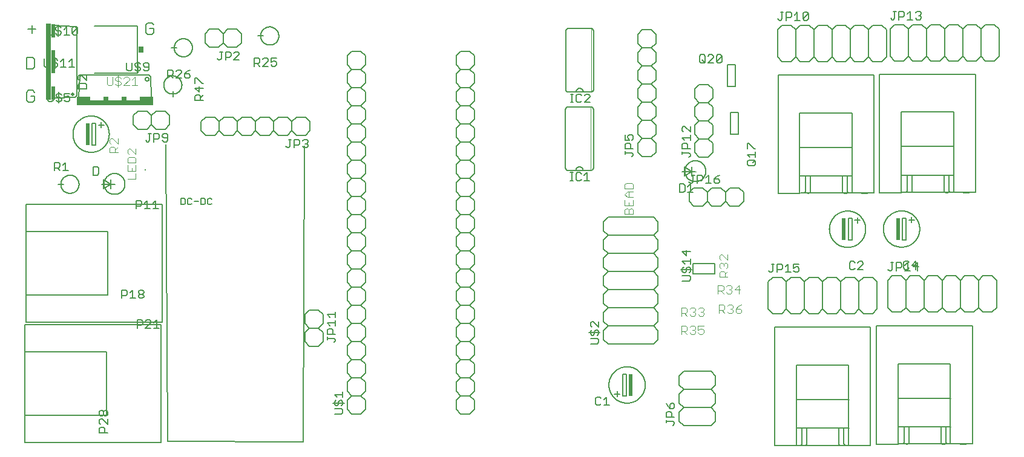
<source format=gbr>
G04 EAGLE Gerber X2 export*
%TF.Part,Single*%
%TF.FileFunction,Legend,Top,1*%
%TF.FilePolarity,Positive*%
%TF.GenerationSoftware,Autodesk,EAGLE,8.6.3*%
%TF.CreationDate,2018-07-14T15:56:02Z*%
G75*
%MOMM*%
%FSLAX34Y34*%
%LPD*%
%AMOC8*
5,1,8,0,0,1.08239X$1,22.5*%
G01*
%ADD10C,0.152400*%
%ADD11C,0.127000*%
%ADD12R,0.508000X3.048000*%
%ADD13C,0.101600*%
%ADD14C,0.050800*%
%ADD15C,0.508000*%
%ADD16R,0.762000X10.668000*%
%ADD17R,0.508000X1.905000*%
%ADD18R,0.508000X3.302000*%
%ADD19R,0.200000X0.200000*%
%ADD20C,0.203200*%
%ADD21R,0.762000X0.863600*%
%ADD22R,10.668000X0.762000*%
%ADD23R,1.905000X0.508000*%
%ADD24R,0.762000X0.508000*%


D10*
X6562Y588297D02*
X17409Y588297D01*
X11985Y593720D02*
X11985Y582874D01*
X4662Y548832D02*
X4662Y532562D01*
X12797Y532562D01*
X15509Y535274D01*
X15509Y546120D01*
X12797Y548832D01*
X4662Y548832D01*
X12797Y502632D02*
X15509Y499920D01*
X12797Y502632D02*
X7374Y502632D01*
X4662Y499920D01*
X4662Y489074D01*
X7374Y486362D01*
X12797Y486362D01*
X15509Y489074D01*
X15509Y494497D01*
X10085Y494497D01*
X179497Y597132D02*
X182209Y594420D01*
X179497Y597132D02*
X174074Y597132D01*
X171362Y594420D01*
X171362Y583574D01*
X174074Y580862D01*
X179497Y580862D01*
X182209Y583574D01*
X182209Y588997D01*
X176785Y588997D01*
D11*
X101050Y456590D02*
X95970Y456590D01*
X95970Y426110D01*
X101050Y426110D01*
X108670Y450240D02*
X108670Y457860D01*
X112480Y454050D02*
X104860Y454050D01*
X101050Y456590D02*
X101050Y426110D01*
X69300Y441350D02*
X69308Y441973D01*
X69331Y442596D01*
X69369Y443219D01*
X69422Y443840D01*
X69491Y444459D01*
X69575Y445077D01*
X69674Y445692D01*
X69788Y446305D01*
X69917Y446915D01*
X70061Y447522D01*
X70220Y448125D01*
X70394Y448723D01*
X70582Y449318D01*
X70785Y449907D01*
X71002Y450491D01*
X71233Y451070D01*
X71479Y451643D01*
X71739Y452210D01*
X72012Y452770D01*
X72299Y453323D01*
X72600Y453870D01*
X72914Y454408D01*
X73241Y454939D01*
X73581Y455461D01*
X73933Y455976D01*
X74299Y456481D01*
X74676Y456977D01*
X75066Y457464D01*
X75467Y457941D01*
X75880Y458408D01*
X76304Y458864D01*
X76739Y459311D01*
X77186Y459746D01*
X77642Y460170D01*
X78109Y460583D01*
X78586Y460984D01*
X79073Y461374D01*
X79569Y461751D01*
X80074Y462117D01*
X80589Y462469D01*
X81111Y462809D01*
X81642Y463136D01*
X82180Y463450D01*
X82727Y463751D01*
X83280Y464038D01*
X83840Y464311D01*
X84407Y464571D01*
X84980Y464817D01*
X85559Y465048D01*
X86143Y465265D01*
X86732Y465468D01*
X87327Y465656D01*
X87925Y465830D01*
X88528Y465989D01*
X89135Y466133D01*
X89745Y466262D01*
X90358Y466376D01*
X90973Y466475D01*
X91591Y466559D01*
X92210Y466628D01*
X92831Y466681D01*
X93454Y466719D01*
X94077Y466742D01*
X94700Y466750D01*
X95323Y466742D01*
X95946Y466719D01*
X96569Y466681D01*
X97190Y466628D01*
X97809Y466559D01*
X98427Y466475D01*
X99042Y466376D01*
X99655Y466262D01*
X100265Y466133D01*
X100872Y465989D01*
X101475Y465830D01*
X102073Y465656D01*
X102668Y465468D01*
X103257Y465265D01*
X103841Y465048D01*
X104420Y464817D01*
X104993Y464571D01*
X105560Y464311D01*
X106120Y464038D01*
X106673Y463751D01*
X107220Y463450D01*
X107758Y463136D01*
X108289Y462809D01*
X108811Y462469D01*
X109326Y462117D01*
X109831Y461751D01*
X110327Y461374D01*
X110814Y460984D01*
X111291Y460583D01*
X111758Y460170D01*
X112214Y459746D01*
X112661Y459311D01*
X113096Y458864D01*
X113520Y458408D01*
X113933Y457941D01*
X114334Y457464D01*
X114724Y456977D01*
X115101Y456481D01*
X115467Y455976D01*
X115819Y455461D01*
X116159Y454939D01*
X116486Y454408D01*
X116800Y453870D01*
X117101Y453323D01*
X117388Y452770D01*
X117661Y452210D01*
X117921Y451643D01*
X118167Y451070D01*
X118398Y450491D01*
X118615Y449907D01*
X118818Y449318D01*
X119006Y448723D01*
X119180Y448125D01*
X119339Y447522D01*
X119483Y446915D01*
X119612Y446305D01*
X119726Y445692D01*
X119825Y445077D01*
X119909Y444459D01*
X119978Y443840D01*
X120031Y443219D01*
X120069Y442596D01*
X120092Y441973D01*
X120100Y441350D01*
X120092Y440727D01*
X120069Y440104D01*
X120031Y439481D01*
X119978Y438860D01*
X119909Y438241D01*
X119825Y437623D01*
X119726Y437008D01*
X119612Y436395D01*
X119483Y435785D01*
X119339Y435178D01*
X119180Y434575D01*
X119006Y433977D01*
X118818Y433382D01*
X118615Y432793D01*
X118398Y432209D01*
X118167Y431630D01*
X117921Y431057D01*
X117661Y430490D01*
X117388Y429930D01*
X117101Y429377D01*
X116800Y428830D01*
X116486Y428292D01*
X116159Y427761D01*
X115819Y427239D01*
X115467Y426724D01*
X115101Y426219D01*
X114724Y425723D01*
X114334Y425236D01*
X113933Y424759D01*
X113520Y424292D01*
X113096Y423836D01*
X112661Y423389D01*
X112214Y422954D01*
X111758Y422530D01*
X111291Y422117D01*
X110814Y421716D01*
X110327Y421326D01*
X109831Y420949D01*
X109326Y420583D01*
X108811Y420231D01*
X108289Y419891D01*
X107758Y419564D01*
X107220Y419250D01*
X106673Y418949D01*
X106120Y418662D01*
X105560Y418389D01*
X104993Y418129D01*
X104420Y417883D01*
X103841Y417652D01*
X103257Y417435D01*
X102668Y417232D01*
X102073Y417044D01*
X101475Y416870D01*
X100872Y416711D01*
X100265Y416567D01*
X99655Y416438D01*
X99042Y416324D01*
X98427Y416225D01*
X97809Y416141D01*
X97190Y416072D01*
X96569Y416019D01*
X95946Y415981D01*
X95323Y415958D01*
X94700Y415950D01*
X94077Y415958D01*
X93454Y415981D01*
X92831Y416019D01*
X92210Y416072D01*
X91591Y416141D01*
X90973Y416225D01*
X90358Y416324D01*
X89745Y416438D01*
X89135Y416567D01*
X88528Y416711D01*
X87925Y416870D01*
X87327Y417044D01*
X86732Y417232D01*
X86143Y417435D01*
X85559Y417652D01*
X84980Y417883D01*
X84407Y418129D01*
X83840Y418389D01*
X83280Y418662D01*
X82727Y418949D01*
X82180Y419250D01*
X81642Y419564D01*
X81111Y419891D01*
X80589Y420231D01*
X80074Y420583D01*
X79569Y420949D01*
X79073Y421326D01*
X78586Y421716D01*
X78109Y422117D01*
X77642Y422530D01*
X77186Y422954D01*
X76739Y423389D01*
X76304Y423836D01*
X75880Y424292D01*
X75467Y424759D01*
X75066Y425236D01*
X74676Y425723D01*
X74299Y426219D01*
X73933Y426724D01*
X73581Y427239D01*
X73241Y427761D01*
X72914Y428292D01*
X72600Y428830D01*
X72299Y429377D01*
X72012Y429930D01*
X71739Y430490D01*
X71479Y431057D01*
X71233Y431630D01*
X71002Y432209D01*
X70785Y432793D01*
X70582Y433382D01*
X70394Y433977D01*
X70220Y434575D01*
X70061Y435178D01*
X69917Y435785D01*
X69788Y436395D01*
X69674Y437008D01*
X69575Y437623D01*
X69491Y438241D01*
X69422Y438860D01*
X69369Y439481D01*
X69331Y440104D01*
X69308Y440727D01*
X69300Y441350D01*
D12*
X89620Y441350D03*
D10*
X128400Y371200D02*
X128400Y371200D01*
X128400Y371200D01*
X127750Y371200D02*
X122400Y371200D01*
X112240Y364850D02*
X112240Y377550D01*
X122400Y371200D01*
X109160Y371200D01*
X112240Y364850D02*
X122400Y371200D01*
X122400Y364850D01*
X122400Y371200D02*
X122400Y377550D01*
D11*
X112763Y371700D02*
X112767Y372059D01*
X112781Y372418D01*
X112803Y372777D01*
X112833Y373135D01*
X112873Y373492D01*
X112921Y373848D01*
X112978Y374202D01*
X113044Y374556D01*
X113119Y374907D01*
X113202Y375257D01*
X113293Y375604D01*
X113393Y375949D01*
X113502Y376291D01*
X113619Y376631D01*
X113744Y376968D01*
X113877Y377301D01*
X114019Y377632D01*
X114168Y377958D01*
X114326Y378281D01*
X114491Y378600D01*
X114665Y378915D01*
X114845Y379225D01*
X115034Y379531D01*
X115230Y379832D01*
X115433Y380128D01*
X115643Y380419D01*
X115861Y380705D01*
X116085Y380986D01*
X116317Y381260D01*
X116555Y381530D01*
X116799Y381793D01*
X117050Y382050D01*
X117307Y382301D01*
X117570Y382545D01*
X117840Y382783D01*
X118114Y383015D01*
X118395Y383239D01*
X118681Y383457D01*
X118972Y383667D01*
X119268Y383870D01*
X119569Y384066D01*
X119875Y384255D01*
X120185Y384435D01*
X120500Y384609D01*
X120819Y384774D01*
X121142Y384932D01*
X121468Y385081D01*
X121799Y385223D01*
X122132Y385356D01*
X122469Y385481D01*
X122809Y385598D01*
X123151Y385707D01*
X123496Y385807D01*
X123843Y385898D01*
X124193Y385981D01*
X124544Y386056D01*
X124898Y386122D01*
X125252Y386179D01*
X125608Y386227D01*
X125965Y386267D01*
X126323Y386297D01*
X126682Y386319D01*
X127041Y386333D01*
X127400Y386337D01*
X127759Y386333D01*
X128118Y386319D01*
X128477Y386297D01*
X128835Y386267D01*
X129192Y386227D01*
X129548Y386179D01*
X129902Y386122D01*
X130256Y386056D01*
X130607Y385981D01*
X130957Y385898D01*
X131304Y385807D01*
X131649Y385707D01*
X131991Y385598D01*
X132331Y385481D01*
X132668Y385356D01*
X133001Y385223D01*
X133332Y385081D01*
X133658Y384932D01*
X133981Y384774D01*
X134300Y384609D01*
X134615Y384435D01*
X134925Y384255D01*
X135231Y384066D01*
X135532Y383870D01*
X135828Y383667D01*
X136119Y383457D01*
X136405Y383239D01*
X136686Y383015D01*
X136960Y382783D01*
X137230Y382545D01*
X137493Y382301D01*
X137750Y382050D01*
X138001Y381793D01*
X138245Y381530D01*
X138483Y381260D01*
X138715Y380986D01*
X138939Y380705D01*
X139157Y380419D01*
X139367Y380128D01*
X139570Y379832D01*
X139766Y379531D01*
X139955Y379225D01*
X140135Y378915D01*
X140309Y378600D01*
X140474Y378281D01*
X140632Y377958D01*
X140781Y377632D01*
X140923Y377301D01*
X141056Y376968D01*
X141181Y376631D01*
X141298Y376291D01*
X141407Y375949D01*
X141507Y375604D01*
X141598Y375257D01*
X141681Y374907D01*
X141756Y374556D01*
X141822Y374202D01*
X141879Y373848D01*
X141927Y373492D01*
X141967Y373135D01*
X141997Y372777D01*
X142019Y372418D01*
X142033Y372059D01*
X142037Y371700D01*
X142033Y371341D01*
X142019Y370982D01*
X141997Y370623D01*
X141967Y370265D01*
X141927Y369908D01*
X141879Y369552D01*
X141822Y369198D01*
X141756Y368844D01*
X141681Y368493D01*
X141598Y368143D01*
X141507Y367796D01*
X141407Y367451D01*
X141298Y367109D01*
X141181Y366769D01*
X141056Y366432D01*
X140923Y366099D01*
X140781Y365768D01*
X140632Y365442D01*
X140474Y365119D01*
X140309Y364800D01*
X140135Y364485D01*
X139955Y364175D01*
X139766Y363869D01*
X139570Y363568D01*
X139367Y363272D01*
X139157Y362981D01*
X138939Y362695D01*
X138715Y362414D01*
X138483Y362140D01*
X138245Y361870D01*
X138001Y361607D01*
X137750Y361350D01*
X137493Y361099D01*
X137230Y360855D01*
X136960Y360617D01*
X136686Y360385D01*
X136405Y360161D01*
X136119Y359943D01*
X135828Y359733D01*
X135532Y359530D01*
X135231Y359334D01*
X134925Y359145D01*
X134615Y358965D01*
X134300Y358791D01*
X133981Y358626D01*
X133658Y358468D01*
X133332Y358319D01*
X133001Y358177D01*
X132668Y358044D01*
X132331Y357919D01*
X131991Y357802D01*
X131649Y357693D01*
X131304Y357593D01*
X130957Y357502D01*
X130607Y357419D01*
X130256Y357344D01*
X129902Y357278D01*
X129548Y357221D01*
X129192Y357173D01*
X128835Y357133D01*
X128477Y357103D01*
X128118Y357081D01*
X127759Y357067D01*
X127400Y357063D01*
X127041Y357067D01*
X126682Y357081D01*
X126323Y357103D01*
X125965Y357133D01*
X125608Y357173D01*
X125252Y357221D01*
X124898Y357278D01*
X124544Y357344D01*
X124193Y357419D01*
X123843Y357502D01*
X123496Y357593D01*
X123151Y357693D01*
X122809Y357802D01*
X122469Y357919D01*
X122132Y358044D01*
X121799Y358177D01*
X121468Y358319D01*
X121142Y358468D01*
X120819Y358626D01*
X120500Y358791D01*
X120185Y358965D01*
X119875Y359145D01*
X119569Y359334D01*
X119268Y359530D01*
X118972Y359733D01*
X118681Y359943D01*
X118395Y360161D01*
X118114Y360385D01*
X117840Y360617D01*
X117570Y360855D01*
X117307Y361099D01*
X117050Y361350D01*
X116799Y361607D01*
X116555Y361870D01*
X116317Y362140D01*
X116085Y362414D01*
X115861Y362695D01*
X115643Y362981D01*
X115433Y363272D01*
X115230Y363568D01*
X115034Y363869D01*
X114845Y364175D01*
X114665Y364485D01*
X114491Y364800D01*
X114326Y365119D01*
X114168Y365442D01*
X114019Y365768D01*
X113877Y366099D01*
X113744Y366432D01*
X113619Y366769D01*
X113502Y367109D01*
X113393Y367451D01*
X113293Y367796D01*
X113202Y368143D01*
X113119Y368493D01*
X113044Y368844D01*
X112978Y369198D01*
X112921Y369552D01*
X112873Y369908D01*
X112833Y370265D01*
X112803Y370623D01*
X112781Y370982D01*
X112767Y371341D01*
X112763Y371700D01*
X97561Y383925D02*
X97561Y395365D01*
X97561Y383925D02*
X103281Y383925D01*
X105188Y385832D01*
X105188Y393458D01*
X103281Y395365D01*
X97561Y395365D01*
X56210Y371200D02*
X48590Y371200D01*
X52400Y371200D02*
X52404Y371512D01*
X52415Y371823D01*
X52434Y372134D01*
X52461Y372445D01*
X52496Y372755D01*
X52537Y373063D01*
X52587Y373371D01*
X52644Y373678D01*
X52709Y373983D01*
X52781Y374286D01*
X52860Y374587D01*
X52947Y374887D01*
X53041Y375184D01*
X53142Y375479D01*
X53251Y375771D01*
X53367Y376060D01*
X53490Y376347D01*
X53619Y376630D01*
X53756Y376910D01*
X53900Y377187D01*
X54050Y377460D01*
X54207Y377729D01*
X54370Y377994D01*
X54540Y378256D01*
X54717Y378513D01*
X54899Y378765D01*
X55088Y379013D01*
X55283Y379257D01*
X55483Y379495D01*
X55690Y379729D01*
X55902Y379957D01*
X56120Y380180D01*
X56343Y380398D01*
X56571Y380610D01*
X56805Y380817D01*
X57043Y381017D01*
X57287Y381212D01*
X57535Y381401D01*
X57787Y381583D01*
X58044Y381760D01*
X58306Y381930D01*
X58571Y382093D01*
X58840Y382250D01*
X59113Y382400D01*
X59390Y382544D01*
X59670Y382681D01*
X59953Y382810D01*
X60240Y382933D01*
X60529Y383049D01*
X60821Y383158D01*
X61116Y383259D01*
X61413Y383353D01*
X61713Y383440D01*
X62014Y383519D01*
X62317Y383591D01*
X62622Y383656D01*
X62929Y383713D01*
X63237Y383763D01*
X63545Y383804D01*
X63855Y383839D01*
X64166Y383866D01*
X64477Y383885D01*
X64788Y383896D01*
X65100Y383900D01*
X65412Y383896D01*
X65723Y383885D01*
X66034Y383866D01*
X66345Y383839D01*
X66655Y383804D01*
X66963Y383763D01*
X67271Y383713D01*
X67578Y383656D01*
X67883Y383591D01*
X68186Y383519D01*
X68487Y383440D01*
X68787Y383353D01*
X69084Y383259D01*
X69379Y383158D01*
X69671Y383049D01*
X69960Y382933D01*
X70247Y382810D01*
X70530Y382681D01*
X70810Y382544D01*
X71087Y382400D01*
X71360Y382250D01*
X71629Y382093D01*
X71894Y381930D01*
X72156Y381760D01*
X72413Y381583D01*
X72665Y381401D01*
X72913Y381212D01*
X73157Y381017D01*
X73395Y380817D01*
X73629Y380610D01*
X73857Y380398D01*
X74080Y380180D01*
X74298Y379957D01*
X74510Y379729D01*
X74717Y379495D01*
X74917Y379257D01*
X75112Y379013D01*
X75301Y378765D01*
X75483Y378513D01*
X75660Y378256D01*
X75830Y377994D01*
X75993Y377729D01*
X76150Y377460D01*
X76300Y377187D01*
X76444Y376910D01*
X76581Y376630D01*
X76710Y376347D01*
X76833Y376060D01*
X76949Y375771D01*
X77058Y375479D01*
X77159Y375184D01*
X77253Y374887D01*
X77340Y374587D01*
X77419Y374286D01*
X77491Y373983D01*
X77556Y373678D01*
X77613Y373371D01*
X77663Y373063D01*
X77704Y372755D01*
X77739Y372445D01*
X77766Y372134D01*
X77785Y371823D01*
X77796Y371512D01*
X77800Y371200D01*
X77796Y370888D01*
X77785Y370577D01*
X77766Y370266D01*
X77739Y369955D01*
X77704Y369645D01*
X77663Y369337D01*
X77613Y369029D01*
X77556Y368722D01*
X77491Y368417D01*
X77419Y368114D01*
X77340Y367813D01*
X77253Y367513D01*
X77159Y367216D01*
X77058Y366921D01*
X76949Y366629D01*
X76833Y366340D01*
X76710Y366053D01*
X76581Y365770D01*
X76444Y365490D01*
X76300Y365213D01*
X76150Y364940D01*
X75993Y364671D01*
X75830Y364406D01*
X75660Y364144D01*
X75483Y363887D01*
X75301Y363635D01*
X75112Y363387D01*
X74917Y363143D01*
X74717Y362905D01*
X74510Y362671D01*
X74298Y362443D01*
X74080Y362220D01*
X73857Y362002D01*
X73629Y361790D01*
X73395Y361583D01*
X73157Y361383D01*
X72913Y361188D01*
X72665Y360999D01*
X72413Y360817D01*
X72156Y360640D01*
X71894Y360470D01*
X71629Y360307D01*
X71360Y360150D01*
X71087Y360000D01*
X70810Y359856D01*
X70530Y359719D01*
X70247Y359590D01*
X69960Y359467D01*
X69671Y359351D01*
X69379Y359242D01*
X69084Y359141D01*
X68787Y359047D01*
X68487Y358960D01*
X68186Y358881D01*
X67883Y358809D01*
X67578Y358744D01*
X67271Y358687D01*
X66963Y358637D01*
X66655Y358596D01*
X66345Y358561D01*
X66034Y358534D01*
X65723Y358515D01*
X65412Y358504D01*
X65100Y358500D01*
X64788Y358504D01*
X64477Y358515D01*
X64166Y358534D01*
X63855Y358561D01*
X63545Y358596D01*
X63237Y358637D01*
X62929Y358687D01*
X62622Y358744D01*
X62317Y358809D01*
X62014Y358881D01*
X61713Y358960D01*
X61413Y359047D01*
X61116Y359141D01*
X60821Y359242D01*
X60529Y359351D01*
X60240Y359467D01*
X59953Y359590D01*
X59670Y359719D01*
X59390Y359856D01*
X59113Y360000D01*
X58840Y360150D01*
X58571Y360307D01*
X58306Y360470D01*
X58044Y360640D01*
X57787Y360817D01*
X57535Y360999D01*
X57287Y361188D01*
X57043Y361383D01*
X56805Y361583D01*
X56571Y361790D01*
X56343Y362002D01*
X56120Y362220D01*
X55902Y362443D01*
X55690Y362671D01*
X55483Y362905D01*
X55283Y363143D01*
X55088Y363387D01*
X54899Y363635D01*
X54717Y363887D01*
X54540Y364144D01*
X54370Y364406D01*
X54207Y364671D01*
X54050Y364940D01*
X53900Y365213D01*
X53756Y365490D01*
X53619Y365770D01*
X53490Y366053D01*
X53367Y366340D01*
X53251Y366629D01*
X53142Y366921D01*
X53041Y367216D01*
X52947Y367513D01*
X52860Y367813D01*
X52781Y368114D01*
X52709Y368417D01*
X52644Y368722D01*
X52587Y369029D01*
X52537Y369337D01*
X52496Y369645D01*
X52461Y369955D01*
X52434Y370266D01*
X52415Y370577D01*
X52404Y370888D01*
X52400Y371200D01*
X43547Y390355D02*
X43547Y401795D01*
X49267Y401795D01*
X51174Y399888D01*
X51174Y396075D01*
X49267Y394168D01*
X43547Y394168D01*
X47360Y394168D02*
X51174Y390355D01*
X55241Y397982D02*
X59054Y401795D01*
X59054Y390355D01*
X55241Y390355D02*
X62868Y390355D01*
D10*
X393220Y425470D02*
X391380Y10470D01*
X201380Y11430D01*
X199080Y426430D01*
D11*
X220035Y351513D02*
X220035Y342615D01*
X224484Y342615D01*
X225967Y344098D01*
X225967Y350030D01*
X224484Y351513D01*
X220035Y351513D01*
X233839Y351513D02*
X235322Y350030D01*
X233839Y351513D02*
X230873Y351513D01*
X229390Y350030D01*
X229390Y344098D01*
X230873Y342615D01*
X233839Y342615D01*
X235322Y344098D01*
X238745Y347064D02*
X244677Y347064D01*
X248101Y351513D02*
X248101Y342615D01*
X252549Y342615D01*
X254032Y344098D01*
X254032Y350030D01*
X252549Y351513D01*
X248101Y351513D01*
X261905Y351513D02*
X263387Y350030D01*
X261905Y351513D02*
X258939Y351513D01*
X257456Y350030D01*
X257456Y344098D01*
X258939Y342615D01*
X261905Y342615D01*
X263387Y344098D01*
X2000Y174900D02*
X2000Y136800D01*
X2000Y47900D01*
X2000Y9800D01*
X2000Y174900D02*
X192500Y174900D01*
X192500Y9800D01*
X2000Y9800D01*
X2000Y136800D02*
X116300Y136800D01*
X116300Y47900D01*
X2000Y47900D01*
X3600Y305200D02*
X3600Y343300D01*
X3600Y305200D02*
X3600Y216300D01*
X3600Y178200D01*
X3600Y343300D02*
X194100Y343300D01*
X194100Y178200D01*
X3600Y178200D01*
X3600Y305200D02*
X117900Y305200D01*
X117900Y216300D01*
X3600Y216300D01*
D13*
X120608Y415719D02*
X132302Y415719D01*
X120608Y415719D02*
X120608Y421566D01*
X122557Y423515D01*
X126455Y423515D01*
X128404Y421566D01*
X128404Y415719D01*
X128404Y419617D02*
X132302Y423515D01*
X132302Y427413D02*
X132302Y435209D01*
X132302Y427413D02*
X124506Y435209D01*
X122557Y435209D01*
X120608Y433260D01*
X120608Y429362D01*
X122557Y427413D01*
D11*
X838150Y74860D02*
X843230Y74860D01*
X843230Y105340D01*
X838150Y105340D01*
X830530Y81210D02*
X830530Y73590D01*
X826720Y77400D02*
X834340Y77400D01*
X838150Y74860D02*
X838150Y105340D01*
X819100Y90100D02*
X819108Y90723D01*
X819131Y91346D01*
X819169Y91969D01*
X819222Y92590D01*
X819291Y93209D01*
X819375Y93827D01*
X819474Y94442D01*
X819588Y95055D01*
X819717Y95665D01*
X819861Y96272D01*
X820020Y96875D01*
X820194Y97473D01*
X820382Y98068D01*
X820585Y98657D01*
X820802Y99241D01*
X821033Y99820D01*
X821279Y100393D01*
X821539Y100960D01*
X821812Y101520D01*
X822099Y102073D01*
X822400Y102620D01*
X822714Y103158D01*
X823041Y103689D01*
X823381Y104211D01*
X823733Y104726D01*
X824099Y105231D01*
X824476Y105727D01*
X824866Y106214D01*
X825267Y106691D01*
X825680Y107158D01*
X826104Y107614D01*
X826539Y108061D01*
X826986Y108496D01*
X827442Y108920D01*
X827909Y109333D01*
X828386Y109734D01*
X828873Y110124D01*
X829369Y110501D01*
X829874Y110867D01*
X830389Y111219D01*
X830911Y111559D01*
X831442Y111886D01*
X831980Y112200D01*
X832527Y112501D01*
X833080Y112788D01*
X833640Y113061D01*
X834207Y113321D01*
X834780Y113567D01*
X835359Y113798D01*
X835943Y114015D01*
X836532Y114218D01*
X837127Y114406D01*
X837725Y114580D01*
X838328Y114739D01*
X838935Y114883D01*
X839545Y115012D01*
X840158Y115126D01*
X840773Y115225D01*
X841391Y115309D01*
X842010Y115378D01*
X842631Y115431D01*
X843254Y115469D01*
X843877Y115492D01*
X844500Y115500D01*
X845123Y115492D01*
X845746Y115469D01*
X846369Y115431D01*
X846990Y115378D01*
X847609Y115309D01*
X848227Y115225D01*
X848842Y115126D01*
X849455Y115012D01*
X850065Y114883D01*
X850672Y114739D01*
X851275Y114580D01*
X851873Y114406D01*
X852468Y114218D01*
X853057Y114015D01*
X853641Y113798D01*
X854220Y113567D01*
X854793Y113321D01*
X855360Y113061D01*
X855920Y112788D01*
X856473Y112501D01*
X857020Y112200D01*
X857558Y111886D01*
X858089Y111559D01*
X858611Y111219D01*
X859126Y110867D01*
X859631Y110501D01*
X860127Y110124D01*
X860614Y109734D01*
X861091Y109333D01*
X861558Y108920D01*
X862014Y108496D01*
X862461Y108061D01*
X862896Y107614D01*
X863320Y107158D01*
X863733Y106691D01*
X864134Y106214D01*
X864524Y105727D01*
X864901Y105231D01*
X865267Y104726D01*
X865619Y104211D01*
X865959Y103689D01*
X866286Y103158D01*
X866600Y102620D01*
X866901Y102073D01*
X867188Y101520D01*
X867461Y100960D01*
X867721Y100393D01*
X867967Y99820D01*
X868198Y99241D01*
X868415Y98657D01*
X868618Y98068D01*
X868806Y97473D01*
X868980Y96875D01*
X869139Y96272D01*
X869283Y95665D01*
X869412Y95055D01*
X869526Y94442D01*
X869625Y93827D01*
X869709Y93209D01*
X869778Y92590D01*
X869831Y91969D01*
X869869Y91346D01*
X869892Y90723D01*
X869900Y90100D01*
X869892Y89477D01*
X869869Y88854D01*
X869831Y88231D01*
X869778Y87610D01*
X869709Y86991D01*
X869625Y86373D01*
X869526Y85758D01*
X869412Y85145D01*
X869283Y84535D01*
X869139Y83928D01*
X868980Y83325D01*
X868806Y82727D01*
X868618Y82132D01*
X868415Y81543D01*
X868198Y80959D01*
X867967Y80380D01*
X867721Y79807D01*
X867461Y79240D01*
X867188Y78680D01*
X866901Y78127D01*
X866600Y77580D01*
X866286Y77042D01*
X865959Y76511D01*
X865619Y75989D01*
X865267Y75474D01*
X864901Y74969D01*
X864524Y74473D01*
X864134Y73986D01*
X863733Y73509D01*
X863320Y73042D01*
X862896Y72586D01*
X862461Y72139D01*
X862014Y71704D01*
X861558Y71280D01*
X861091Y70867D01*
X860614Y70466D01*
X860127Y70076D01*
X859631Y69699D01*
X859126Y69333D01*
X858611Y68981D01*
X858089Y68641D01*
X857558Y68314D01*
X857020Y68000D01*
X856473Y67699D01*
X855920Y67412D01*
X855360Y67139D01*
X854793Y66879D01*
X854220Y66633D01*
X853641Y66402D01*
X853057Y66185D01*
X852468Y65982D01*
X851873Y65794D01*
X851275Y65620D01*
X850672Y65461D01*
X850065Y65317D01*
X849455Y65188D01*
X848842Y65074D01*
X848227Y64975D01*
X847609Y64891D01*
X846990Y64822D01*
X846369Y64769D01*
X845746Y64731D01*
X845123Y64708D01*
X844500Y64700D01*
X843877Y64708D01*
X843254Y64731D01*
X842631Y64769D01*
X842010Y64822D01*
X841391Y64891D01*
X840773Y64975D01*
X840158Y65074D01*
X839545Y65188D01*
X838935Y65317D01*
X838328Y65461D01*
X837725Y65620D01*
X837127Y65794D01*
X836532Y65982D01*
X835943Y66185D01*
X835359Y66402D01*
X834780Y66633D01*
X834207Y66879D01*
X833640Y67139D01*
X833080Y67412D01*
X832527Y67699D01*
X831980Y68000D01*
X831442Y68314D01*
X830911Y68641D01*
X830389Y68981D01*
X829874Y69333D01*
X829369Y69699D01*
X828873Y70076D01*
X828386Y70466D01*
X827909Y70867D01*
X827442Y71280D01*
X826986Y71704D01*
X826539Y72139D01*
X826104Y72586D01*
X825680Y73042D01*
X825267Y73509D01*
X824866Y73986D01*
X824476Y74473D01*
X824099Y74969D01*
X823733Y75474D01*
X823381Y75989D01*
X823041Y76511D01*
X822714Y77042D01*
X822400Y77580D01*
X822099Y78127D01*
X821812Y78680D01*
X821539Y79240D01*
X821279Y79807D01*
X821033Y80380D01*
X820802Y80959D01*
X820585Y81543D01*
X820382Y82132D01*
X820194Y82727D01*
X820020Y83325D01*
X819861Y83928D01*
X819717Y84535D01*
X819588Y85145D01*
X819474Y85758D01*
X819375Y86373D01*
X819291Y86991D01*
X819222Y87610D01*
X819169Y88231D01*
X819131Y88854D01*
X819108Y89477D01*
X819100Y90100D01*
D12*
X849580Y90100D03*
D11*
X807962Y71118D02*
X806055Y73025D01*
X802242Y73025D01*
X800335Y71118D01*
X800335Y63492D01*
X802242Y61585D01*
X806055Y61585D01*
X807962Y63492D01*
X812029Y69212D02*
X815842Y73025D01*
X815842Y61585D01*
X812029Y61585D02*
X819655Y61585D01*
X157705Y336935D02*
X157705Y348375D01*
X163425Y348375D01*
X165332Y346468D01*
X165332Y342655D01*
X163425Y340748D01*
X157705Y340748D01*
X169399Y344562D02*
X173212Y348375D01*
X173212Y336935D01*
X169399Y336935D02*
X177025Y336935D01*
X181093Y344562D02*
X184906Y348375D01*
X184906Y336935D01*
X181093Y336935D02*
X188719Y336935D01*
X137505Y222975D02*
X137505Y211535D01*
X137505Y222975D02*
X143225Y222975D01*
X145132Y221068D01*
X145132Y217255D01*
X143225Y215348D01*
X137505Y215348D01*
X149199Y219162D02*
X153012Y222975D01*
X153012Y211535D01*
X149199Y211535D02*
X156825Y211535D01*
X160893Y221068D02*
X162800Y222975D01*
X166613Y222975D01*
X168519Y221068D01*
X168519Y219162D01*
X166613Y217255D01*
X168519Y215348D01*
X168519Y213442D01*
X166613Y211535D01*
X162800Y211535D01*
X160893Y213442D01*
X160893Y215348D01*
X162800Y217255D01*
X160893Y219162D01*
X160893Y221068D01*
X162800Y217255D02*
X166613Y217255D01*
X159105Y181275D02*
X159105Y169835D01*
X159105Y181275D02*
X164825Y181275D01*
X166732Y179368D01*
X166732Y175555D01*
X164825Y173648D01*
X159105Y173648D01*
X170799Y169835D02*
X178425Y169835D01*
X170799Y169835D02*
X178425Y177462D01*
X178425Y179368D01*
X176519Y181275D01*
X172706Y181275D01*
X170799Y179368D01*
X182493Y177462D02*
X186306Y181275D01*
X186306Y169835D01*
X182493Y169835D02*
X190119Y169835D01*
X117565Y23205D02*
X106125Y23205D01*
X106125Y28925D01*
X108032Y30832D01*
X111845Y30832D01*
X113752Y28925D01*
X113752Y23205D01*
X117565Y34899D02*
X117565Y42525D01*
X117565Y34899D02*
X109939Y42525D01*
X108032Y42525D01*
X106125Y40619D01*
X106125Y36806D01*
X108032Y34899D01*
X108032Y46593D02*
X106125Y48500D01*
X106125Y52313D01*
X108032Y54219D01*
X109939Y54219D01*
X111845Y52313D01*
X113752Y54219D01*
X115658Y54219D01*
X117565Y52313D01*
X117565Y48500D01*
X115658Y46593D01*
X113752Y46593D01*
X111845Y48500D01*
X109939Y46593D01*
X108032Y46593D01*
X111845Y48500D02*
X111845Y52313D01*
D10*
X605300Y512850D02*
X605300Y525550D01*
X611650Y531900D01*
X624350Y531900D01*
X630700Y525550D01*
X605300Y487450D02*
X611650Y481100D01*
X605300Y487450D02*
X605300Y500150D01*
X611650Y506500D01*
X624350Y506500D01*
X630700Y500150D01*
X630700Y487450D01*
X624350Y481100D01*
X611650Y506500D02*
X605300Y512850D01*
X624350Y506500D02*
X630700Y512850D01*
X630700Y525550D01*
X605300Y449350D02*
X605300Y436650D01*
X605300Y449350D02*
X611650Y455700D01*
X624350Y455700D01*
X630700Y449350D01*
X611650Y455700D02*
X605300Y462050D01*
X605300Y474750D01*
X611650Y481100D01*
X624350Y481100D01*
X630700Y474750D01*
X630700Y462050D01*
X624350Y455700D01*
X605300Y411250D02*
X611650Y404900D01*
X605300Y411250D02*
X605300Y423950D01*
X611650Y430300D01*
X624350Y430300D01*
X630700Y423950D01*
X630700Y411250D01*
X624350Y404900D01*
X611650Y430300D02*
X605300Y436650D01*
X624350Y430300D02*
X630700Y436650D01*
X630700Y449350D01*
X605300Y373150D02*
X605300Y360450D01*
X605300Y373150D02*
X611650Y379500D01*
X624350Y379500D01*
X630700Y373150D01*
X611650Y379500D02*
X605300Y385850D01*
X605300Y398550D01*
X611650Y404900D01*
X624350Y404900D01*
X630700Y398550D01*
X630700Y385850D01*
X624350Y379500D01*
X605300Y335050D02*
X611650Y328700D01*
X605300Y335050D02*
X605300Y347750D01*
X611650Y354100D01*
X624350Y354100D01*
X630700Y347750D01*
X630700Y335050D01*
X624350Y328700D01*
X611650Y354100D02*
X605300Y360450D01*
X624350Y354100D02*
X630700Y360450D01*
X630700Y373150D01*
X605300Y296950D02*
X605300Y284250D01*
X605300Y296950D02*
X611650Y303300D01*
X624350Y303300D01*
X630700Y296950D01*
X611650Y303300D02*
X605300Y309650D01*
X605300Y322350D01*
X611650Y328700D01*
X624350Y328700D01*
X630700Y322350D01*
X630700Y309650D01*
X624350Y303300D01*
X605300Y258850D02*
X611650Y252500D01*
X605300Y258850D02*
X605300Y271550D01*
X611650Y277900D01*
X624350Y277900D01*
X630700Y271550D01*
X630700Y258850D01*
X624350Y252500D01*
X611650Y277900D02*
X605300Y284250D01*
X624350Y277900D02*
X630700Y284250D01*
X630700Y296950D01*
X605300Y220750D02*
X605300Y208050D01*
X605300Y220750D02*
X611650Y227100D01*
X624350Y227100D01*
X630700Y220750D01*
X611650Y227100D02*
X605300Y233450D01*
X605300Y246150D01*
X611650Y252500D01*
X624350Y252500D01*
X630700Y246150D01*
X630700Y233450D01*
X624350Y227100D01*
X605300Y182650D02*
X611650Y176300D01*
X605300Y182650D02*
X605300Y195350D01*
X611650Y201700D01*
X624350Y201700D01*
X630700Y195350D01*
X630700Y182650D01*
X624350Y176300D01*
X611650Y201700D02*
X605300Y208050D01*
X624350Y201700D02*
X630700Y208050D01*
X630700Y220750D01*
X605300Y144550D02*
X605300Y131850D01*
X605300Y144550D02*
X611650Y150900D01*
X624350Y150900D01*
X630700Y144550D01*
X611650Y150900D02*
X605300Y157250D01*
X605300Y169950D01*
X611650Y176300D01*
X624350Y176300D01*
X630700Y169950D01*
X630700Y157250D01*
X624350Y150900D01*
X605300Y106450D02*
X611650Y100100D01*
X605300Y106450D02*
X605300Y119150D01*
X611650Y125500D01*
X624350Y125500D01*
X630700Y119150D01*
X630700Y106450D01*
X624350Y100100D01*
X611650Y125500D02*
X605300Y131850D01*
X624350Y125500D02*
X630700Y131850D01*
X630700Y144550D01*
X605300Y68350D02*
X605300Y55650D01*
X605300Y68350D02*
X611650Y74700D01*
X624350Y74700D01*
X630700Y68350D01*
X611650Y74700D02*
X605300Y81050D01*
X605300Y93750D01*
X611650Y100100D01*
X624350Y100100D01*
X630700Y93750D01*
X630700Y81050D01*
X624350Y74700D01*
X624350Y49300D02*
X611650Y49300D01*
X605300Y55650D01*
X624350Y49300D02*
X630700Y55650D01*
X630700Y68350D01*
X605300Y538250D02*
X605300Y550950D01*
X611650Y557300D01*
X624350Y557300D01*
X630700Y550950D01*
X611650Y531900D02*
X605300Y538250D01*
X624350Y531900D02*
X630700Y538250D01*
X630700Y550950D01*
X452900Y525550D02*
X452900Y512850D01*
X452900Y525550D02*
X459250Y531900D01*
X471950Y531900D01*
X478300Y525550D01*
X452900Y487450D02*
X459250Y481100D01*
X452900Y487450D02*
X452900Y500150D01*
X459250Y506500D01*
X471950Y506500D01*
X478300Y500150D01*
X478300Y487450D01*
X471950Y481100D01*
X459250Y506500D02*
X452900Y512850D01*
X471950Y506500D02*
X478300Y512850D01*
X478300Y525550D01*
X452900Y449350D02*
X452900Y436650D01*
X452900Y449350D02*
X459250Y455700D01*
X471950Y455700D01*
X478300Y449350D01*
X459250Y455700D02*
X452900Y462050D01*
X452900Y474750D01*
X459250Y481100D01*
X471950Y481100D01*
X478300Y474750D01*
X478300Y462050D01*
X471950Y455700D01*
X452900Y411250D02*
X459250Y404900D01*
X452900Y411250D02*
X452900Y423950D01*
X459250Y430300D01*
X471950Y430300D01*
X478300Y423950D01*
X478300Y411250D01*
X471950Y404900D01*
X459250Y430300D02*
X452900Y436650D01*
X471950Y430300D02*
X478300Y436650D01*
X478300Y449350D01*
X452900Y373150D02*
X452900Y360450D01*
X452900Y373150D02*
X459250Y379500D01*
X471950Y379500D01*
X478300Y373150D01*
X459250Y379500D02*
X452900Y385850D01*
X452900Y398550D01*
X459250Y404900D01*
X471950Y404900D01*
X478300Y398550D01*
X478300Y385850D01*
X471950Y379500D01*
X452900Y335050D02*
X459250Y328700D01*
X452900Y335050D02*
X452900Y347750D01*
X459250Y354100D01*
X471950Y354100D01*
X478300Y347750D01*
X478300Y335050D01*
X471950Y328700D01*
X459250Y354100D02*
X452900Y360450D01*
X471950Y354100D02*
X478300Y360450D01*
X478300Y373150D01*
X452900Y296950D02*
X452900Y284250D01*
X452900Y296950D02*
X459250Y303300D01*
X471950Y303300D01*
X478300Y296950D01*
X459250Y303300D02*
X452900Y309650D01*
X452900Y322350D01*
X459250Y328700D01*
X471950Y328700D01*
X478300Y322350D01*
X478300Y309650D01*
X471950Y303300D01*
X452900Y258850D02*
X459250Y252500D01*
X452900Y258850D02*
X452900Y271550D01*
X459250Y277900D01*
X471950Y277900D01*
X478300Y271550D01*
X478300Y258850D01*
X471950Y252500D01*
X459250Y277900D02*
X452900Y284250D01*
X471950Y277900D02*
X478300Y284250D01*
X478300Y296950D01*
X452900Y220750D02*
X452900Y208050D01*
X452900Y220750D02*
X459250Y227100D01*
X471950Y227100D01*
X478300Y220750D01*
X459250Y227100D02*
X452900Y233450D01*
X452900Y246150D01*
X459250Y252500D01*
X471950Y252500D01*
X478300Y246150D01*
X478300Y233450D01*
X471950Y227100D01*
X452900Y182650D02*
X459250Y176300D01*
X452900Y182650D02*
X452900Y195350D01*
X459250Y201700D01*
X471950Y201700D01*
X478300Y195350D01*
X478300Y182650D01*
X471950Y176300D01*
X459250Y201700D02*
X452900Y208050D01*
X471950Y201700D02*
X478300Y208050D01*
X478300Y220750D01*
X452900Y144550D02*
X452900Y131850D01*
X452900Y144550D02*
X459250Y150900D01*
X471950Y150900D01*
X478300Y144550D01*
X459250Y150900D02*
X452900Y157250D01*
X452900Y169950D01*
X459250Y176300D01*
X471950Y176300D01*
X478300Y169950D01*
X478300Y157250D01*
X471950Y150900D01*
X452900Y106450D02*
X459250Y100100D01*
X452900Y106450D02*
X452900Y119150D01*
X459250Y125500D01*
X471950Y125500D01*
X478300Y119150D01*
X478300Y106450D01*
X471950Y100100D01*
X459250Y125500D02*
X452900Y131850D01*
X471950Y125500D02*
X478300Y131850D01*
X478300Y144550D01*
X452900Y68350D02*
X452900Y55650D01*
X452900Y68350D02*
X459250Y74700D01*
X471950Y74700D01*
X478300Y68350D01*
X459250Y74700D02*
X452900Y81050D01*
X452900Y93750D01*
X459250Y100100D01*
X471950Y100100D01*
X478300Y93750D01*
X478300Y81050D01*
X471950Y74700D01*
X471950Y49300D02*
X459250Y49300D01*
X452900Y55650D01*
X471950Y49300D02*
X478300Y55650D01*
X478300Y68350D01*
X452900Y538250D02*
X452900Y550950D01*
X459250Y557300D01*
X471950Y557300D01*
X478300Y550950D01*
X459250Y531900D02*
X452900Y538250D01*
X471950Y531900D02*
X478300Y538250D01*
X478300Y550950D01*
D11*
X444770Y49173D02*
X435237Y49173D01*
X444770Y49173D02*
X446677Y51080D01*
X446677Y54893D01*
X444770Y56800D01*
X435237Y56800D01*
X444770Y60867D02*
X446677Y62774D01*
X446677Y66587D01*
X444770Y68493D01*
X442864Y68493D01*
X440957Y66587D01*
X440957Y62774D01*
X439051Y60867D01*
X437144Y60867D01*
X435237Y62774D01*
X435237Y66587D01*
X437144Y68493D01*
X433331Y64680D02*
X448584Y64680D01*
X439051Y72561D02*
X435237Y76374D01*
X446677Y76374D01*
X446677Y72561D02*
X446677Y80187D01*
D10*
X318250Y439900D02*
X305550Y439900D01*
X299200Y446250D01*
X299200Y458950D01*
X305550Y465300D01*
X299200Y446250D02*
X292850Y439900D01*
X280150Y439900D01*
X273800Y446250D01*
X273800Y458950D01*
X280150Y465300D01*
X292850Y465300D01*
X299200Y458950D01*
X343650Y439900D02*
X350000Y446250D01*
X343650Y439900D02*
X330950Y439900D01*
X324600Y446250D01*
X324600Y458950D01*
X330950Y465300D01*
X343650Y465300D01*
X350000Y458950D01*
X324600Y446250D02*
X318250Y439900D01*
X324600Y458950D02*
X318250Y465300D01*
X305550Y465300D01*
X381750Y439900D02*
X394450Y439900D01*
X381750Y439900D02*
X375400Y446250D01*
X375400Y458950D01*
X381750Y465300D01*
X375400Y446250D02*
X369050Y439900D01*
X356350Y439900D01*
X350000Y446250D01*
X350000Y458950D01*
X356350Y465300D01*
X369050Y465300D01*
X375400Y458950D01*
X400800Y458950D02*
X400800Y446250D01*
X394450Y439900D01*
X400800Y458950D02*
X394450Y465300D01*
X381750Y465300D01*
X267450Y439900D02*
X254750Y439900D01*
X248400Y446250D01*
X248400Y458950D01*
X254750Y465300D01*
X273800Y446250D02*
X267450Y439900D01*
X273800Y458950D02*
X267450Y465300D01*
X254750Y465300D01*
D11*
X367115Y424154D02*
X369022Y422247D01*
X370928Y422247D01*
X372835Y424154D01*
X372835Y433687D01*
X370928Y433687D02*
X374742Y433687D01*
X378809Y433687D02*
X378809Y422247D01*
X378809Y433687D02*
X384529Y433687D01*
X386436Y431780D01*
X386436Y427967D01*
X384529Y426060D01*
X378809Y426060D01*
X390503Y431780D02*
X392410Y433687D01*
X396223Y433687D01*
X398129Y431780D01*
X398129Y429874D01*
X396223Y427967D01*
X394316Y427967D01*
X396223Y427967D02*
X398129Y426060D01*
X398129Y424154D01*
X396223Y422247D01*
X392410Y422247D01*
X390503Y424154D01*
D10*
X881550Y147200D02*
X887900Y153550D01*
X887900Y166250D02*
X881550Y172600D01*
X887900Y178950D01*
X887900Y191650D02*
X881550Y198000D01*
X887900Y204350D01*
X887900Y217050D02*
X881550Y223400D01*
X887900Y229750D01*
X887900Y242450D02*
X881550Y248800D01*
X887900Y255150D01*
X887900Y267850D02*
X881550Y274200D01*
X887900Y280550D01*
X887900Y293250D02*
X881550Y299600D01*
X881550Y147200D02*
X818050Y147200D01*
X811700Y153550D01*
X811700Y166250D01*
X818050Y172600D01*
X811700Y178950D01*
X811700Y191650D01*
X818050Y198000D01*
X811700Y204350D01*
X811700Y217050D01*
X818050Y223400D01*
X811700Y229750D01*
X811700Y242450D01*
X818050Y248800D01*
X811700Y255150D01*
X811700Y267850D01*
X818050Y274200D01*
X811700Y280550D01*
X811700Y293250D01*
X818050Y299600D01*
X818050Y172600D02*
X881550Y172600D01*
X881550Y198000D02*
X818050Y198000D01*
X818050Y223400D02*
X881550Y223400D01*
X881550Y248800D02*
X818050Y248800D01*
X818050Y274200D02*
X881550Y274200D01*
X881550Y299600D02*
X818050Y299600D01*
X887900Y293250D02*
X887900Y280550D01*
X887900Y267850D02*
X887900Y255150D01*
X887900Y242450D02*
X887900Y229750D01*
X887900Y217050D02*
X887900Y204350D01*
X887900Y191650D02*
X887900Y178950D01*
X887900Y166250D02*
X887900Y153550D01*
X881550Y299600D02*
X887900Y305950D01*
X887900Y318650D02*
X881550Y325000D01*
X818050Y299600D02*
X811700Y305950D01*
X811700Y318650D01*
X818050Y325000D01*
X881550Y325000D01*
X887900Y318650D02*
X887900Y305950D01*
D11*
X802808Y147835D02*
X793275Y147835D01*
X802808Y147835D02*
X804715Y149742D01*
X804715Y153555D01*
X802808Y155462D01*
X793275Y155462D01*
X802808Y159529D02*
X804715Y161436D01*
X804715Y165249D01*
X802808Y167155D01*
X800902Y167155D01*
X798995Y165249D01*
X798995Y161436D01*
X797089Y159529D01*
X795182Y159529D01*
X793275Y161436D01*
X793275Y165249D01*
X795182Y167155D01*
X791369Y163342D02*
X806622Y163342D01*
X804715Y171223D02*
X804715Y178849D01*
X804715Y171223D02*
X797089Y178849D01*
X795182Y178849D01*
X793275Y176943D01*
X793275Y173130D01*
X795182Y171223D01*
D10*
X758342Y394460D02*
X758342Y475740D01*
X793648Y479550D02*
X793770Y479548D01*
X793892Y479542D01*
X794014Y479532D01*
X794135Y479519D01*
X794256Y479501D01*
X794376Y479480D01*
X794496Y479454D01*
X794614Y479425D01*
X794732Y479393D01*
X794849Y479356D01*
X794964Y479316D01*
X795078Y479272D01*
X795190Y479224D01*
X795301Y479173D01*
X795410Y479118D01*
X795518Y479060D01*
X795623Y478998D01*
X795726Y478933D01*
X795828Y478865D01*
X795927Y478793D01*
X796023Y478719D01*
X796118Y478641D01*
X796209Y478560D01*
X796299Y478477D01*
X796385Y478391D01*
X796468Y478301D01*
X796549Y478210D01*
X796627Y478115D01*
X796701Y478019D01*
X796773Y477920D01*
X796841Y477818D01*
X796906Y477715D01*
X796968Y477610D01*
X797026Y477502D01*
X797081Y477393D01*
X797132Y477282D01*
X797180Y477170D01*
X797224Y477056D01*
X797264Y476941D01*
X797301Y476824D01*
X797333Y476706D01*
X797362Y476588D01*
X797388Y476468D01*
X797409Y476348D01*
X797427Y476227D01*
X797440Y476106D01*
X797450Y475984D01*
X797456Y475862D01*
X797458Y475740D01*
X758342Y394460D02*
X758344Y394338D01*
X758350Y394216D01*
X758360Y394094D01*
X758373Y393973D01*
X758391Y393852D01*
X758412Y393732D01*
X758438Y393612D01*
X758467Y393494D01*
X758499Y393376D01*
X758536Y393259D01*
X758576Y393144D01*
X758620Y393030D01*
X758668Y392918D01*
X758719Y392807D01*
X758774Y392698D01*
X758832Y392590D01*
X758894Y392485D01*
X758959Y392382D01*
X759027Y392280D01*
X759099Y392181D01*
X759173Y392085D01*
X759251Y391990D01*
X759332Y391899D01*
X759415Y391809D01*
X759501Y391723D01*
X759591Y391640D01*
X759682Y391559D01*
X759777Y391481D01*
X759873Y391407D01*
X759972Y391335D01*
X760074Y391267D01*
X760177Y391202D01*
X760282Y391140D01*
X760390Y391082D01*
X760499Y391027D01*
X760610Y390976D01*
X760722Y390928D01*
X760836Y390884D01*
X760951Y390844D01*
X761068Y390807D01*
X761186Y390775D01*
X761304Y390746D01*
X761424Y390720D01*
X761544Y390699D01*
X761665Y390681D01*
X761786Y390668D01*
X761908Y390658D01*
X762030Y390652D01*
X762152Y390650D01*
X758342Y475740D02*
X758344Y475862D01*
X758350Y475984D01*
X758360Y476106D01*
X758373Y476227D01*
X758391Y476348D01*
X758412Y476468D01*
X758438Y476588D01*
X758467Y476706D01*
X758499Y476824D01*
X758536Y476941D01*
X758576Y477056D01*
X758620Y477170D01*
X758668Y477282D01*
X758719Y477393D01*
X758774Y477502D01*
X758832Y477610D01*
X758894Y477715D01*
X758959Y477818D01*
X759027Y477920D01*
X759099Y478019D01*
X759173Y478115D01*
X759251Y478210D01*
X759332Y478301D01*
X759415Y478391D01*
X759501Y478477D01*
X759591Y478560D01*
X759682Y478641D01*
X759777Y478719D01*
X759873Y478793D01*
X759972Y478865D01*
X760074Y478933D01*
X760177Y478998D01*
X760282Y479060D01*
X760390Y479118D01*
X760499Y479173D01*
X760610Y479224D01*
X760722Y479272D01*
X760836Y479316D01*
X760951Y479356D01*
X761068Y479393D01*
X761186Y479425D01*
X761304Y479454D01*
X761424Y479480D01*
X761544Y479501D01*
X761665Y479519D01*
X761786Y479532D01*
X761908Y479542D01*
X762030Y479548D01*
X762152Y479550D01*
X797458Y394460D02*
X797456Y394338D01*
X797450Y394216D01*
X797440Y394094D01*
X797427Y393973D01*
X797409Y393852D01*
X797388Y393732D01*
X797362Y393612D01*
X797333Y393494D01*
X797301Y393376D01*
X797264Y393259D01*
X797224Y393144D01*
X797180Y393030D01*
X797132Y392918D01*
X797081Y392807D01*
X797026Y392698D01*
X796968Y392590D01*
X796906Y392485D01*
X796841Y392382D01*
X796773Y392280D01*
X796701Y392181D01*
X796627Y392085D01*
X796549Y391990D01*
X796468Y391899D01*
X796385Y391809D01*
X796299Y391723D01*
X796209Y391640D01*
X796118Y391559D01*
X796023Y391481D01*
X795927Y391407D01*
X795828Y391335D01*
X795726Y391267D01*
X795623Y391202D01*
X795518Y391140D01*
X795410Y391082D01*
X795301Y391027D01*
X795190Y390976D01*
X795078Y390928D01*
X794964Y390884D01*
X794849Y390844D01*
X794732Y390807D01*
X794614Y390775D01*
X794496Y390746D01*
X794376Y390720D01*
X794256Y390699D01*
X794135Y390681D01*
X794014Y390668D01*
X793892Y390658D01*
X793770Y390652D01*
X793648Y390650D01*
X797458Y394460D02*
X797458Y475740D01*
X793648Y479550D02*
X762152Y479550D01*
X762152Y390650D02*
X793648Y390650D01*
X782980Y390650D02*
X782978Y390791D01*
X782972Y390932D01*
X782962Y391073D01*
X782949Y391214D01*
X782931Y391354D01*
X782909Y391493D01*
X782884Y391632D01*
X782855Y391771D01*
X782822Y391908D01*
X782785Y392044D01*
X782744Y392179D01*
X782700Y392314D01*
X782652Y392446D01*
X782600Y392578D01*
X782545Y392708D01*
X782486Y392836D01*
X782423Y392963D01*
X782357Y393087D01*
X782288Y393210D01*
X782215Y393331D01*
X782139Y393450D01*
X782059Y393567D01*
X781976Y393681D01*
X781891Y393794D01*
X781802Y393903D01*
X781710Y394011D01*
X781615Y394115D01*
X781517Y394217D01*
X781416Y394316D01*
X781313Y394413D01*
X781207Y394506D01*
X781099Y394596D01*
X780988Y394684D01*
X780875Y394768D01*
X780759Y394849D01*
X780641Y394927D01*
X780521Y395002D01*
X780399Y395073D01*
X780275Y395141D01*
X780149Y395205D01*
X780022Y395266D01*
X779893Y395323D01*
X779762Y395376D01*
X779630Y395426D01*
X779497Y395473D01*
X779362Y395515D01*
X779226Y395554D01*
X779089Y395589D01*
X778952Y395620D01*
X778813Y395647D01*
X778674Y395671D01*
X778534Y395690D01*
X778394Y395706D01*
X778253Y395718D01*
X778112Y395726D01*
X777971Y395730D01*
X777829Y395730D01*
X777688Y395726D01*
X777547Y395718D01*
X777406Y395706D01*
X777266Y395690D01*
X777126Y395671D01*
X776987Y395647D01*
X776848Y395620D01*
X776711Y395589D01*
X776574Y395554D01*
X776438Y395515D01*
X776303Y395473D01*
X776170Y395426D01*
X776038Y395376D01*
X775907Y395323D01*
X775778Y395266D01*
X775651Y395205D01*
X775525Y395141D01*
X775401Y395073D01*
X775279Y395002D01*
X775159Y394927D01*
X775041Y394849D01*
X774925Y394768D01*
X774812Y394684D01*
X774701Y394596D01*
X774593Y394506D01*
X774487Y394413D01*
X774384Y394316D01*
X774283Y394217D01*
X774185Y394115D01*
X774090Y394011D01*
X773998Y393903D01*
X773909Y393794D01*
X773824Y393681D01*
X773741Y393567D01*
X773661Y393450D01*
X773585Y393331D01*
X773512Y393210D01*
X773443Y393087D01*
X773377Y392963D01*
X773314Y392836D01*
X773255Y392708D01*
X773200Y392578D01*
X773148Y392446D01*
X773100Y392314D01*
X773056Y392179D01*
X773015Y392044D01*
X772978Y391908D01*
X772945Y391771D01*
X772916Y391632D01*
X772891Y391493D01*
X772869Y391354D01*
X772851Y391214D01*
X772838Y391073D01*
X772828Y390932D01*
X772822Y390791D01*
X772820Y390650D01*
D14*
X793902Y390650D02*
X793902Y479550D01*
D11*
X768944Y376045D02*
X765131Y376045D01*
X767038Y376045D02*
X767038Y387485D01*
X768944Y387485D02*
X765131Y387485D01*
X778647Y387485D02*
X780554Y385578D01*
X778647Y387485D02*
X774834Y387485D01*
X772927Y385578D01*
X772927Y377952D01*
X774834Y376045D01*
X778647Y376045D01*
X780554Y377952D01*
X784621Y383672D02*
X788434Y387485D01*
X788434Y376045D01*
X784621Y376045D02*
X792247Y376045D01*
D10*
X758542Y504360D02*
X758542Y585640D01*
X793848Y589450D02*
X793970Y589448D01*
X794092Y589442D01*
X794214Y589432D01*
X794335Y589419D01*
X794456Y589401D01*
X794576Y589380D01*
X794696Y589354D01*
X794814Y589325D01*
X794932Y589293D01*
X795049Y589256D01*
X795164Y589216D01*
X795278Y589172D01*
X795390Y589124D01*
X795501Y589073D01*
X795610Y589018D01*
X795718Y588960D01*
X795823Y588898D01*
X795926Y588833D01*
X796028Y588765D01*
X796127Y588693D01*
X796223Y588619D01*
X796318Y588541D01*
X796409Y588460D01*
X796499Y588377D01*
X796585Y588291D01*
X796668Y588201D01*
X796749Y588110D01*
X796827Y588015D01*
X796901Y587919D01*
X796973Y587820D01*
X797041Y587718D01*
X797106Y587615D01*
X797168Y587510D01*
X797226Y587402D01*
X797281Y587293D01*
X797332Y587182D01*
X797380Y587070D01*
X797424Y586956D01*
X797464Y586841D01*
X797501Y586724D01*
X797533Y586606D01*
X797562Y586488D01*
X797588Y586368D01*
X797609Y586248D01*
X797627Y586127D01*
X797640Y586006D01*
X797650Y585884D01*
X797656Y585762D01*
X797658Y585640D01*
X758542Y504360D02*
X758544Y504238D01*
X758550Y504116D01*
X758560Y503994D01*
X758573Y503873D01*
X758591Y503752D01*
X758612Y503632D01*
X758638Y503512D01*
X758667Y503394D01*
X758699Y503276D01*
X758736Y503159D01*
X758776Y503044D01*
X758820Y502930D01*
X758868Y502818D01*
X758919Y502707D01*
X758974Y502598D01*
X759032Y502490D01*
X759094Y502385D01*
X759159Y502282D01*
X759227Y502180D01*
X759299Y502081D01*
X759373Y501985D01*
X759451Y501890D01*
X759532Y501799D01*
X759615Y501709D01*
X759701Y501623D01*
X759791Y501540D01*
X759882Y501459D01*
X759977Y501381D01*
X760073Y501307D01*
X760172Y501235D01*
X760274Y501167D01*
X760377Y501102D01*
X760482Y501040D01*
X760590Y500982D01*
X760699Y500927D01*
X760810Y500876D01*
X760922Y500828D01*
X761036Y500784D01*
X761151Y500744D01*
X761268Y500707D01*
X761386Y500675D01*
X761504Y500646D01*
X761624Y500620D01*
X761744Y500599D01*
X761865Y500581D01*
X761986Y500568D01*
X762108Y500558D01*
X762230Y500552D01*
X762352Y500550D01*
X758542Y585640D02*
X758544Y585762D01*
X758550Y585884D01*
X758560Y586006D01*
X758573Y586127D01*
X758591Y586248D01*
X758612Y586368D01*
X758638Y586488D01*
X758667Y586606D01*
X758699Y586724D01*
X758736Y586841D01*
X758776Y586956D01*
X758820Y587070D01*
X758868Y587182D01*
X758919Y587293D01*
X758974Y587402D01*
X759032Y587510D01*
X759094Y587615D01*
X759159Y587718D01*
X759227Y587820D01*
X759299Y587919D01*
X759373Y588015D01*
X759451Y588110D01*
X759532Y588201D01*
X759615Y588291D01*
X759701Y588377D01*
X759791Y588460D01*
X759882Y588541D01*
X759977Y588619D01*
X760073Y588693D01*
X760172Y588765D01*
X760274Y588833D01*
X760377Y588898D01*
X760482Y588960D01*
X760590Y589018D01*
X760699Y589073D01*
X760810Y589124D01*
X760922Y589172D01*
X761036Y589216D01*
X761151Y589256D01*
X761268Y589293D01*
X761386Y589325D01*
X761504Y589354D01*
X761624Y589380D01*
X761744Y589401D01*
X761865Y589419D01*
X761986Y589432D01*
X762108Y589442D01*
X762230Y589448D01*
X762352Y589450D01*
X797658Y504360D02*
X797656Y504238D01*
X797650Y504116D01*
X797640Y503994D01*
X797627Y503873D01*
X797609Y503752D01*
X797588Y503632D01*
X797562Y503512D01*
X797533Y503394D01*
X797501Y503276D01*
X797464Y503159D01*
X797424Y503044D01*
X797380Y502930D01*
X797332Y502818D01*
X797281Y502707D01*
X797226Y502598D01*
X797168Y502490D01*
X797106Y502385D01*
X797041Y502282D01*
X796973Y502180D01*
X796901Y502081D01*
X796827Y501985D01*
X796749Y501890D01*
X796668Y501799D01*
X796585Y501709D01*
X796499Y501623D01*
X796409Y501540D01*
X796318Y501459D01*
X796223Y501381D01*
X796127Y501307D01*
X796028Y501235D01*
X795926Y501167D01*
X795823Y501102D01*
X795718Y501040D01*
X795610Y500982D01*
X795501Y500927D01*
X795390Y500876D01*
X795278Y500828D01*
X795164Y500784D01*
X795049Y500744D01*
X794932Y500707D01*
X794814Y500675D01*
X794696Y500646D01*
X794576Y500620D01*
X794456Y500599D01*
X794335Y500581D01*
X794214Y500568D01*
X794092Y500558D01*
X793970Y500552D01*
X793848Y500550D01*
X797658Y504360D02*
X797658Y585640D01*
X793848Y589450D02*
X762352Y589450D01*
X762352Y500550D02*
X793848Y500550D01*
X783180Y500550D02*
X783178Y500691D01*
X783172Y500832D01*
X783162Y500973D01*
X783149Y501114D01*
X783131Y501254D01*
X783109Y501393D01*
X783084Y501532D01*
X783055Y501671D01*
X783022Y501808D01*
X782985Y501944D01*
X782944Y502079D01*
X782900Y502214D01*
X782852Y502346D01*
X782800Y502478D01*
X782745Y502608D01*
X782686Y502736D01*
X782623Y502863D01*
X782557Y502987D01*
X782488Y503110D01*
X782415Y503231D01*
X782339Y503350D01*
X782259Y503467D01*
X782176Y503581D01*
X782091Y503694D01*
X782002Y503803D01*
X781910Y503911D01*
X781815Y504015D01*
X781717Y504117D01*
X781616Y504216D01*
X781513Y504313D01*
X781407Y504406D01*
X781299Y504496D01*
X781188Y504584D01*
X781075Y504668D01*
X780959Y504749D01*
X780841Y504827D01*
X780721Y504902D01*
X780599Y504973D01*
X780475Y505041D01*
X780349Y505105D01*
X780222Y505166D01*
X780093Y505223D01*
X779962Y505276D01*
X779830Y505326D01*
X779697Y505373D01*
X779562Y505415D01*
X779426Y505454D01*
X779289Y505489D01*
X779152Y505520D01*
X779013Y505547D01*
X778874Y505571D01*
X778734Y505590D01*
X778594Y505606D01*
X778453Y505618D01*
X778312Y505626D01*
X778171Y505630D01*
X778029Y505630D01*
X777888Y505626D01*
X777747Y505618D01*
X777606Y505606D01*
X777466Y505590D01*
X777326Y505571D01*
X777187Y505547D01*
X777048Y505520D01*
X776911Y505489D01*
X776774Y505454D01*
X776638Y505415D01*
X776503Y505373D01*
X776370Y505326D01*
X776238Y505276D01*
X776107Y505223D01*
X775978Y505166D01*
X775851Y505105D01*
X775725Y505041D01*
X775601Y504973D01*
X775479Y504902D01*
X775359Y504827D01*
X775241Y504749D01*
X775125Y504668D01*
X775012Y504584D01*
X774901Y504496D01*
X774793Y504406D01*
X774687Y504313D01*
X774584Y504216D01*
X774483Y504117D01*
X774385Y504015D01*
X774290Y503911D01*
X774198Y503803D01*
X774109Y503694D01*
X774024Y503581D01*
X773941Y503467D01*
X773861Y503350D01*
X773785Y503231D01*
X773712Y503110D01*
X773643Y502987D01*
X773577Y502863D01*
X773514Y502736D01*
X773455Y502608D01*
X773400Y502478D01*
X773348Y502346D01*
X773300Y502214D01*
X773256Y502079D01*
X773215Y501944D01*
X773178Y501808D01*
X773145Y501671D01*
X773116Y501532D01*
X773091Y501393D01*
X773069Y501254D01*
X773051Y501114D01*
X773038Y500973D01*
X773028Y500832D01*
X773022Y500691D01*
X773020Y500550D01*
D14*
X794102Y500550D02*
X794102Y589450D01*
D11*
X769144Y485945D02*
X765331Y485945D01*
X767238Y485945D02*
X767238Y497385D01*
X769144Y497385D02*
X765331Y497385D01*
X778847Y497385D02*
X780754Y495478D01*
X778847Y497385D02*
X775034Y497385D01*
X773127Y495478D01*
X773127Y487852D01*
X775034Y485945D01*
X778847Y485945D01*
X780754Y487852D01*
X784821Y485945D02*
X792447Y485945D01*
X784821Y485945D02*
X792447Y493572D01*
X792447Y495478D01*
X790541Y497385D01*
X786728Y497385D01*
X784821Y495478D01*
X335710Y578900D02*
X328090Y578900D01*
X331900Y578900D02*
X331904Y579212D01*
X331915Y579523D01*
X331934Y579834D01*
X331961Y580145D01*
X331996Y580455D01*
X332037Y580763D01*
X332087Y581071D01*
X332144Y581378D01*
X332209Y581683D01*
X332281Y581986D01*
X332360Y582287D01*
X332447Y582587D01*
X332541Y582884D01*
X332642Y583179D01*
X332751Y583471D01*
X332867Y583760D01*
X332990Y584047D01*
X333119Y584330D01*
X333256Y584610D01*
X333400Y584887D01*
X333550Y585160D01*
X333707Y585429D01*
X333870Y585694D01*
X334040Y585956D01*
X334217Y586213D01*
X334399Y586465D01*
X334588Y586713D01*
X334783Y586957D01*
X334983Y587195D01*
X335190Y587429D01*
X335402Y587657D01*
X335620Y587880D01*
X335843Y588098D01*
X336071Y588310D01*
X336305Y588517D01*
X336543Y588717D01*
X336787Y588912D01*
X337035Y589101D01*
X337287Y589283D01*
X337544Y589460D01*
X337806Y589630D01*
X338071Y589793D01*
X338340Y589950D01*
X338613Y590100D01*
X338890Y590244D01*
X339170Y590381D01*
X339453Y590510D01*
X339740Y590633D01*
X340029Y590749D01*
X340321Y590858D01*
X340616Y590959D01*
X340913Y591053D01*
X341213Y591140D01*
X341514Y591219D01*
X341817Y591291D01*
X342122Y591356D01*
X342429Y591413D01*
X342737Y591463D01*
X343045Y591504D01*
X343355Y591539D01*
X343666Y591566D01*
X343977Y591585D01*
X344288Y591596D01*
X344600Y591600D01*
X344912Y591596D01*
X345223Y591585D01*
X345534Y591566D01*
X345845Y591539D01*
X346155Y591504D01*
X346463Y591463D01*
X346771Y591413D01*
X347078Y591356D01*
X347383Y591291D01*
X347686Y591219D01*
X347987Y591140D01*
X348287Y591053D01*
X348584Y590959D01*
X348879Y590858D01*
X349171Y590749D01*
X349460Y590633D01*
X349747Y590510D01*
X350030Y590381D01*
X350310Y590244D01*
X350587Y590100D01*
X350860Y589950D01*
X351129Y589793D01*
X351394Y589630D01*
X351656Y589460D01*
X351913Y589283D01*
X352165Y589101D01*
X352413Y588912D01*
X352657Y588717D01*
X352895Y588517D01*
X353129Y588310D01*
X353357Y588098D01*
X353580Y587880D01*
X353798Y587657D01*
X354010Y587429D01*
X354217Y587195D01*
X354417Y586957D01*
X354612Y586713D01*
X354801Y586465D01*
X354983Y586213D01*
X355160Y585956D01*
X355330Y585694D01*
X355493Y585429D01*
X355650Y585160D01*
X355800Y584887D01*
X355944Y584610D01*
X356081Y584330D01*
X356210Y584047D01*
X356333Y583760D01*
X356449Y583471D01*
X356558Y583179D01*
X356659Y582884D01*
X356753Y582587D01*
X356840Y582287D01*
X356919Y581986D01*
X356991Y581683D01*
X357056Y581378D01*
X357113Y581071D01*
X357163Y580763D01*
X357204Y580455D01*
X357239Y580145D01*
X357266Y579834D01*
X357285Y579523D01*
X357296Y579212D01*
X357300Y578900D01*
X357296Y578588D01*
X357285Y578277D01*
X357266Y577966D01*
X357239Y577655D01*
X357204Y577345D01*
X357163Y577037D01*
X357113Y576729D01*
X357056Y576422D01*
X356991Y576117D01*
X356919Y575814D01*
X356840Y575513D01*
X356753Y575213D01*
X356659Y574916D01*
X356558Y574621D01*
X356449Y574329D01*
X356333Y574040D01*
X356210Y573753D01*
X356081Y573470D01*
X355944Y573190D01*
X355800Y572913D01*
X355650Y572640D01*
X355493Y572371D01*
X355330Y572106D01*
X355160Y571844D01*
X354983Y571587D01*
X354801Y571335D01*
X354612Y571087D01*
X354417Y570843D01*
X354217Y570605D01*
X354010Y570371D01*
X353798Y570143D01*
X353580Y569920D01*
X353357Y569702D01*
X353129Y569490D01*
X352895Y569283D01*
X352657Y569083D01*
X352413Y568888D01*
X352165Y568699D01*
X351913Y568517D01*
X351656Y568340D01*
X351394Y568170D01*
X351129Y568007D01*
X350860Y567850D01*
X350587Y567700D01*
X350310Y567556D01*
X350030Y567419D01*
X349747Y567290D01*
X349460Y567167D01*
X349171Y567051D01*
X348879Y566942D01*
X348584Y566841D01*
X348287Y566747D01*
X347987Y566660D01*
X347686Y566581D01*
X347383Y566509D01*
X347078Y566444D01*
X346771Y566387D01*
X346463Y566337D01*
X346155Y566296D01*
X345845Y566261D01*
X345534Y566234D01*
X345223Y566215D01*
X344912Y566204D01*
X344600Y566200D01*
X344288Y566204D01*
X343977Y566215D01*
X343666Y566234D01*
X343355Y566261D01*
X343045Y566296D01*
X342737Y566337D01*
X342429Y566387D01*
X342122Y566444D01*
X341817Y566509D01*
X341514Y566581D01*
X341213Y566660D01*
X340913Y566747D01*
X340616Y566841D01*
X340321Y566942D01*
X340029Y567051D01*
X339740Y567167D01*
X339453Y567290D01*
X339170Y567419D01*
X338890Y567556D01*
X338613Y567700D01*
X338340Y567850D01*
X338071Y568007D01*
X337806Y568170D01*
X337544Y568340D01*
X337287Y568517D01*
X337035Y568699D01*
X336787Y568888D01*
X336543Y569083D01*
X336305Y569283D01*
X336071Y569490D01*
X335843Y569702D01*
X335620Y569920D01*
X335402Y570143D01*
X335190Y570371D01*
X334983Y570605D01*
X334783Y570843D01*
X334588Y571087D01*
X334399Y571335D01*
X334217Y571587D01*
X334040Y571844D01*
X333870Y572106D01*
X333707Y572371D01*
X333550Y572640D01*
X333400Y572913D01*
X333256Y573190D01*
X333119Y573470D01*
X332990Y573753D01*
X332867Y574040D01*
X332751Y574329D01*
X332642Y574621D01*
X332541Y574916D01*
X332447Y575213D01*
X332360Y575513D01*
X332281Y575814D01*
X332209Y576117D01*
X332144Y576422D01*
X332087Y576729D01*
X332037Y577037D01*
X331996Y577345D01*
X331961Y577655D01*
X331934Y577966D01*
X331915Y578277D01*
X331904Y578588D01*
X331900Y578900D01*
X322853Y547795D02*
X322853Y536355D01*
X322853Y547795D02*
X328573Y547795D01*
X330480Y545888D01*
X330480Y542075D01*
X328573Y540168D01*
X322853Y540168D01*
X326666Y540168D02*
X330480Y536355D01*
X334547Y536355D02*
X342174Y536355D01*
X334547Y536355D02*
X342174Y543982D01*
X342174Y545888D01*
X340267Y547795D01*
X336454Y547795D01*
X334547Y545888D01*
X346241Y547795D02*
X353867Y547795D01*
X346241Y547795D02*
X346241Y542075D01*
X350054Y543982D01*
X351961Y543982D01*
X353867Y542075D01*
X353867Y538262D01*
X351961Y536355D01*
X348148Y536355D01*
X346241Y538262D01*
D10*
X298350Y563000D02*
X285650Y563000D01*
X279300Y569350D01*
X279300Y582050D01*
X285650Y588400D01*
X304700Y582050D02*
X304700Y569350D01*
X298350Y563000D01*
X304700Y582050D02*
X298350Y588400D01*
X285650Y588400D01*
X279300Y569350D02*
X272950Y563000D01*
X260250Y563000D01*
X253900Y569350D01*
X253900Y582050D01*
X260250Y588400D01*
X272950Y588400D01*
X279300Y582050D01*
D11*
X271015Y547254D02*
X272922Y545347D01*
X274828Y545347D01*
X276735Y547254D01*
X276735Y556787D01*
X274828Y556787D02*
X278642Y556787D01*
X282709Y556787D02*
X282709Y545347D01*
X282709Y556787D02*
X288429Y556787D01*
X290336Y554880D01*
X290336Y551067D01*
X288429Y549160D01*
X282709Y549160D01*
X294403Y545347D02*
X302029Y545347D01*
X294403Y545347D02*
X302029Y552974D01*
X302029Y554880D01*
X300123Y556787D01*
X296310Y556787D01*
X294403Y554880D01*
D10*
X941100Y389100D02*
X941100Y389100D01*
X941100Y389100D01*
X940450Y389100D02*
X935100Y389100D01*
X924940Y382750D02*
X924940Y395450D01*
X935100Y389100D01*
X921860Y389100D01*
X924940Y382750D02*
X935100Y389100D01*
X935100Y382750D01*
X935100Y389100D02*
X935100Y395450D01*
D11*
X925463Y389600D02*
X925467Y389959D01*
X925481Y390318D01*
X925503Y390677D01*
X925533Y391035D01*
X925573Y391392D01*
X925621Y391748D01*
X925678Y392102D01*
X925744Y392456D01*
X925819Y392807D01*
X925902Y393157D01*
X925993Y393504D01*
X926093Y393849D01*
X926202Y394191D01*
X926319Y394531D01*
X926444Y394868D01*
X926577Y395201D01*
X926719Y395532D01*
X926868Y395858D01*
X927026Y396181D01*
X927191Y396500D01*
X927365Y396815D01*
X927545Y397125D01*
X927734Y397431D01*
X927930Y397732D01*
X928133Y398028D01*
X928343Y398319D01*
X928561Y398605D01*
X928785Y398886D01*
X929017Y399160D01*
X929255Y399430D01*
X929499Y399693D01*
X929750Y399950D01*
X930007Y400201D01*
X930270Y400445D01*
X930540Y400683D01*
X930814Y400915D01*
X931095Y401139D01*
X931381Y401357D01*
X931672Y401567D01*
X931968Y401770D01*
X932269Y401966D01*
X932575Y402155D01*
X932885Y402335D01*
X933200Y402509D01*
X933519Y402674D01*
X933842Y402832D01*
X934168Y402981D01*
X934499Y403123D01*
X934832Y403256D01*
X935169Y403381D01*
X935509Y403498D01*
X935851Y403607D01*
X936196Y403707D01*
X936543Y403798D01*
X936893Y403881D01*
X937244Y403956D01*
X937598Y404022D01*
X937952Y404079D01*
X938308Y404127D01*
X938665Y404167D01*
X939023Y404197D01*
X939382Y404219D01*
X939741Y404233D01*
X940100Y404237D01*
X940459Y404233D01*
X940818Y404219D01*
X941177Y404197D01*
X941535Y404167D01*
X941892Y404127D01*
X942248Y404079D01*
X942602Y404022D01*
X942956Y403956D01*
X943307Y403881D01*
X943657Y403798D01*
X944004Y403707D01*
X944349Y403607D01*
X944691Y403498D01*
X945031Y403381D01*
X945368Y403256D01*
X945701Y403123D01*
X946032Y402981D01*
X946358Y402832D01*
X946681Y402674D01*
X947000Y402509D01*
X947315Y402335D01*
X947625Y402155D01*
X947931Y401966D01*
X948232Y401770D01*
X948528Y401567D01*
X948819Y401357D01*
X949105Y401139D01*
X949386Y400915D01*
X949660Y400683D01*
X949930Y400445D01*
X950193Y400201D01*
X950450Y399950D01*
X950701Y399693D01*
X950945Y399430D01*
X951183Y399160D01*
X951415Y398886D01*
X951639Y398605D01*
X951857Y398319D01*
X952067Y398028D01*
X952270Y397732D01*
X952466Y397431D01*
X952655Y397125D01*
X952835Y396815D01*
X953009Y396500D01*
X953174Y396181D01*
X953332Y395858D01*
X953481Y395532D01*
X953623Y395201D01*
X953756Y394868D01*
X953881Y394531D01*
X953998Y394191D01*
X954107Y393849D01*
X954207Y393504D01*
X954298Y393157D01*
X954381Y392807D01*
X954456Y392456D01*
X954522Y392102D01*
X954579Y391748D01*
X954627Y391392D01*
X954667Y391035D01*
X954697Y390677D01*
X954719Y390318D01*
X954733Y389959D01*
X954737Y389600D01*
X954733Y389241D01*
X954719Y388882D01*
X954697Y388523D01*
X954667Y388165D01*
X954627Y387808D01*
X954579Y387452D01*
X954522Y387098D01*
X954456Y386744D01*
X954381Y386393D01*
X954298Y386043D01*
X954207Y385696D01*
X954107Y385351D01*
X953998Y385009D01*
X953881Y384669D01*
X953756Y384332D01*
X953623Y383999D01*
X953481Y383668D01*
X953332Y383342D01*
X953174Y383019D01*
X953009Y382700D01*
X952835Y382385D01*
X952655Y382075D01*
X952466Y381769D01*
X952270Y381468D01*
X952067Y381172D01*
X951857Y380881D01*
X951639Y380595D01*
X951415Y380314D01*
X951183Y380040D01*
X950945Y379770D01*
X950701Y379507D01*
X950450Y379250D01*
X950193Y378999D01*
X949930Y378755D01*
X949660Y378517D01*
X949386Y378285D01*
X949105Y378061D01*
X948819Y377843D01*
X948528Y377633D01*
X948232Y377430D01*
X947931Y377234D01*
X947625Y377045D01*
X947315Y376865D01*
X947000Y376691D01*
X946681Y376526D01*
X946358Y376368D01*
X946032Y376219D01*
X945701Y376077D01*
X945368Y375944D01*
X945031Y375819D01*
X944691Y375702D01*
X944349Y375593D01*
X944004Y375493D01*
X943657Y375402D01*
X943307Y375319D01*
X942956Y375244D01*
X942602Y375178D01*
X942248Y375121D01*
X941892Y375073D01*
X941535Y375033D01*
X941177Y375003D01*
X940818Y374981D01*
X940459Y374967D01*
X940100Y374963D01*
X939741Y374967D01*
X939382Y374981D01*
X939023Y375003D01*
X938665Y375033D01*
X938308Y375073D01*
X937952Y375121D01*
X937598Y375178D01*
X937244Y375244D01*
X936893Y375319D01*
X936543Y375402D01*
X936196Y375493D01*
X935851Y375593D01*
X935509Y375702D01*
X935169Y375819D01*
X934832Y375944D01*
X934499Y376077D01*
X934168Y376219D01*
X933842Y376368D01*
X933519Y376526D01*
X933200Y376691D01*
X932885Y376865D01*
X932575Y377045D01*
X932269Y377234D01*
X931968Y377430D01*
X931672Y377633D01*
X931381Y377843D01*
X931095Y378061D01*
X930814Y378285D01*
X930540Y378517D01*
X930270Y378755D01*
X930007Y378999D01*
X929750Y379250D01*
X929499Y379507D01*
X929255Y379770D01*
X929017Y380040D01*
X928785Y380314D01*
X928561Y380595D01*
X928343Y380881D01*
X928133Y381172D01*
X927930Y381468D01*
X927734Y381769D01*
X927545Y382075D01*
X927365Y382385D01*
X927191Y382700D01*
X927026Y383019D01*
X926868Y383342D01*
X926719Y383668D01*
X926577Y383999D01*
X926444Y384332D01*
X926319Y384669D01*
X926202Y385009D01*
X926093Y385351D01*
X925993Y385696D01*
X925902Y386043D01*
X925819Y386393D01*
X925744Y386744D01*
X925678Y387098D01*
X925621Y387452D01*
X925573Y387808D01*
X925533Y388165D01*
X925503Y388523D01*
X925481Y388882D01*
X925467Y389241D01*
X925463Y389600D01*
X917667Y371465D02*
X917667Y360025D01*
X923387Y360025D01*
X925294Y361932D01*
X925294Y369558D01*
X923387Y371465D01*
X917667Y371465D01*
X929361Y367652D02*
X933174Y371465D01*
X933174Y360025D01*
X929361Y360025D02*
X936988Y360025D01*
X214810Y562400D02*
X207190Y562400D01*
X211000Y562400D02*
X211004Y562712D01*
X211015Y563023D01*
X211034Y563334D01*
X211061Y563645D01*
X211096Y563955D01*
X211137Y564263D01*
X211187Y564571D01*
X211244Y564878D01*
X211309Y565183D01*
X211381Y565486D01*
X211460Y565787D01*
X211547Y566087D01*
X211641Y566384D01*
X211742Y566679D01*
X211851Y566971D01*
X211967Y567260D01*
X212090Y567547D01*
X212219Y567830D01*
X212356Y568110D01*
X212500Y568387D01*
X212650Y568660D01*
X212807Y568929D01*
X212970Y569194D01*
X213140Y569456D01*
X213317Y569713D01*
X213499Y569965D01*
X213688Y570213D01*
X213883Y570457D01*
X214083Y570695D01*
X214290Y570929D01*
X214502Y571157D01*
X214720Y571380D01*
X214943Y571598D01*
X215171Y571810D01*
X215405Y572017D01*
X215643Y572217D01*
X215887Y572412D01*
X216135Y572601D01*
X216387Y572783D01*
X216644Y572960D01*
X216906Y573130D01*
X217171Y573293D01*
X217440Y573450D01*
X217713Y573600D01*
X217990Y573744D01*
X218270Y573881D01*
X218553Y574010D01*
X218840Y574133D01*
X219129Y574249D01*
X219421Y574358D01*
X219716Y574459D01*
X220013Y574553D01*
X220313Y574640D01*
X220614Y574719D01*
X220917Y574791D01*
X221222Y574856D01*
X221529Y574913D01*
X221837Y574963D01*
X222145Y575004D01*
X222455Y575039D01*
X222766Y575066D01*
X223077Y575085D01*
X223388Y575096D01*
X223700Y575100D01*
X224012Y575096D01*
X224323Y575085D01*
X224634Y575066D01*
X224945Y575039D01*
X225255Y575004D01*
X225563Y574963D01*
X225871Y574913D01*
X226178Y574856D01*
X226483Y574791D01*
X226786Y574719D01*
X227087Y574640D01*
X227387Y574553D01*
X227684Y574459D01*
X227979Y574358D01*
X228271Y574249D01*
X228560Y574133D01*
X228847Y574010D01*
X229130Y573881D01*
X229410Y573744D01*
X229687Y573600D01*
X229960Y573450D01*
X230229Y573293D01*
X230494Y573130D01*
X230756Y572960D01*
X231013Y572783D01*
X231265Y572601D01*
X231513Y572412D01*
X231757Y572217D01*
X231995Y572017D01*
X232229Y571810D01*
X232457Y571598D01*
X232680Y571380D01*
X232898Y571157D01*
X233110Y570929D01*
X233317Y570695D01*
X233517Y570457D01*
X233712Y570213D01*
X233901Y569965D01*
X234083Y569713D01*
X234260Y569456D01*
X234430Y569194D01*
X234593Y568929D01*
X234750Y568660D01*
X234900Y568387D01*
X235044Y568110D01*
X235181Y567830D01*
X235310Y567547D01*
X235433Y567260D01*
X235549Y566971D01*
X235658Y566679D01*
X235759Y566384D01*
X235853Y566087D01*
X235940Y565787D01*
X236019Y565486D01*
X236091Y565183D01*
X236156Y564878D01*
X236213Y564571D01*
X236263Y564263D01*
X236304Y563955D01*
X236339Y563645D01*
X236366Y563334D01*
X236385Y563023D01*
X236396Y562712D01*
X236400Y562400D01*
X236396Y562088D01*
X236385Y561777D01*
X236366Y561466D01*
X236339Y561155D01*
X236304Y560845D01*
X236263Y560537D01*
X236213Y560229D01*
X236156Y559922D01*
X236091Y559617D01*
X236019Y559314D01*
X235940Y559013D01*
X235853Y558713D01*
X235759Y558416D01*
X235658Y558121D01*
X235549Y557829D01*
X235433Y557540D01*
X235310Y557253D01*
X235181Y556970D01*
X235044Y556690D01*
X234900Y556413D01*
X234750Y556140D01*
X234593Y555871D01*
X234430Y555606D01*
X234260Y555344D01*
X234083Y555087D01*
X233901Y554835D01*
X233712Y554587D01*
X233517Y554343D01*
X233317Y554105D01*
X233110Y553871D01*
X232898Y553643D01*
X232680Y553420D01*
X232457Y553202D01*
X232229Y552990D01*
X231995Y552783D01*
X231757Y552583D01*
X231513Y552388D01*
X231265Y552199D01*
X231013Y552017D01*
X230756Y551840D01*
X230494Y551670D01*
X230229Y551507D01*
X229960Y551350D01*
X229687Y551200D01*
X229410Y551056D01*
X229130Y550919D01*
X228847Y550790D01*
X228560Y550667D01*
X228271Y550551D01*
X227979Y550442D01*
X227684Y550341D01*
X227387Y550247D01*
X227087Y550160D01*
X226786Y550081D01*
X226483Y550009D01*
X226178Y549944D01*
X225871Y549887D01*
X225563Y549837D01*
X225255Y549796D01*
X224945Y549761D01*
X224634Y549734D01*
X224323Y549715D01*
X224012Y549704D01*
X223700Y549700D01*
X223388Y549704D01*
X223077Y549715D01*
X222766Y549734D01*
X222455Y549761D01*
X222145Y549796D01*
X221837Y549837D01*
X221529Y549887D01*
X221222Y549944D01*
X220917Y550009D01*
X220614Y550081D01*
X220313Y550160D01*
X220013Y550247D01*
X219716Y550341D01*
X219421Y550442D01*
X219129Y550551D01*
X218840Y550667D01*
X218553Y550790D01*
X218270Y550919D01*
X217990Y551056D01*
X217713Y551200D01*
X217440Y551350D01*
X217171Y551507D01*
X216906Y551670D01*
X216644Y551840D01*
X216387Y552017D01*
X216135Y552199D01*
X215887Y552388D01*
X215643Y552583D01*
X215405Y552783D01*
X215171Y552990D01*
X214943Y553202D01*
X214720Y553420D01*
X214502Y553643D01*
X214290Y553871D01*
X214083Y554105D01*
X213883Y554343D01*
X213688Y554587D01*
X213499Y554835D01*
X213317Y555087D01*
X213140Y555344D01*
X212970Y555606D01*
X212807Y555871D01*
X212650Y556140D01*
X212500Y556413D01*
X212356Y556690D01*
X212219Y556970D01*
X212090Y557253D01*
X211967Y557540D01*
X211851Y557829D01*
X211742Y558121D01*
X211641Y558416D01*
X211547Y558713D01*
X211460Y559013D01*
X211381Y559314D01*
X211309Y559617D01*
X211244Y559922D01*
X211187Y560229D01*
X211137Y560537D01*
X211096Y560845D01*
X211061Y561155D01*
X211034Y561466D01*
X211015Y561777D01*
X211004Y562088D01*
X211000Y562400D01*
X201953Y531295D02*
X201953Y519855D01*
X201953Y531295D02*
X207673Y531295D01*
X209580Y529388D01*
X209580Y525575D01*
X207673Y523668D01*
X201953Y523668D01*
X205766Y523668D02*
X209580Y519855D01*
X213647Y519855D02*
X221274Y519855D01*
X213647Y519855D02*
X221274Y527482D01*
X221274Y529388D01*
X219367Y531295D01*
X215554Y531295D01*
X213647Y529388D01*
X229154Y529388D02*
X232967Y531295D01*
X229154Y529388D02*
X225341Y525575D01*
X225341Y521762D01*
X227248Y519855D01*
X231061Y519855D01*
X232967Y521762D01*
X232967Y523668D01*
X231061Y525575D01*
X225341Y525575D01*
D10*
X72140Y592030D02*
X42930Y593300D01*
X72140Y592030D02*
X74680Y589490D01*
X74680Y495510D01*
X72140Y492970D01*
X42930Y491700D01*
D15*
X68584Y497542D03*
D16*
X35310Y542500D03*
D17*
X41660Y498685D03*
X41660Y586315D03*
D18*
X41660Y542500D03*
D11*
X76777Y504815D02*
X88217Y504815D01*
X88217Y510535D01*
X86310Y512442D01*
X78684Y512442D01*
X76777Y510535D01*
X76777Y504815D01*
X88217Y516509D02*
X88217Y524135D01*
X88217Y516509D02*
X80591Y524135D01*
X78684Y524135D01*
X76777Y522229D01*
X76777Y518416D01*
X78684Y516509D01*
X33905Y498375D02*
X33905Y488842D01*
X35812Y486935D01*
X39625Y486935D01*
X41532Y488842D01*
X41532Y498375D01*
X45599Y488842D02*
X47506Y486935D01*
X51319Y486935D01*
X53225Y488842D01*
X53225Y490748D01*
X51319Y492655D01*
X47506Y492655D01*
X45599Y494562D01*
X45599Y496468D01*
X47506Y498375D01*
X51319Y498375D01*
X53225Y496468D01*
X49412Y500281D02*
X49412Y485028D01*
X57293Y498375D02*
X64919Y498375D01*
X57293Y498375D02*
X57293Y492655D01*
X61106Y494562D01*
X63013Y494562D01*
X64919Y492655D01*
X64919Y488842D01*
X63013Y486935D01*
X59200Y486935D01*
X57293Y488842D01*
X33305Y582342D02*
X33305Y591875D01*
X33305Y582342D02*
X35212Y580435D01*
X39025Y580435D01*
X40932Y582342D01*
X40932Y591875D01*
X44999Y582342D02*
X46906Y580435D01*
X50719Y580435D01*
X52625Y582342D01*
X52625Y584248D01*
X50719Y586155D01*
X46906Y586155D01*
X44999Y588062D01*
X44999Y589968D01*
X46906Y591875D01*
X50719Y591875D01*
X52625Y589968D01*
X48812Y593781D02*
X48812Y578528D01*
X56693Y588062D02*
X60506Y591875D01*
X60506Y580435D01*
X56693Y580435D02*
X64319Y580435D01*
X68387Y582342D02*
X68387Y589968D01*
X70294Y591875D01*
X74107Y591875D01*
X76013Y589968D01*
X76013Y582342D01*
X74107Y580435D01*
X70294Y580435D01*
X68387Y582342D01*
X76013Y589968D01*
X28705Y546675D02*
X28705Y537142D01*
X30612Y535235D01*
X34425Y535235D01*
X36332Y537142D01*
X36332Y546675D01*
X40399Y537142D02*
X42306Y535235D01*
X46119Y535235D01*
X48025Y537142D01*
X48025Y539048D01*
X46119Y540955D01*
X42306Y540955D01*
X40399Y542862D01*
X40399Y544768D01*
X42306Y546675D01*
X46119Y546675D01*
X48025Y544768D01*
X44212Y548581D02*
X44212Y533328D01*
X52093Y542862D02*
X55906Y546675D01*
X55906Y535235D01*
X52093Y535235D02*
X59719Y535235D01*
X63787Y542862D02*
X67600Y546675D01*
X67600Y535235D01*
X63787Y535235D02*
X71413Y535235D01*
D10*
X859400Y543050D02*
X865750Y536700D01*
X859400Y543050D02*
X859400Y555750D01*
X865750Y562100D01*
X878450Y562100D01*
X884800Y555750D01*
X884800Y543050D01*
X878450Y536700D01*
X859400Y504950D02*
X859400Y492250D01*
X859400Y504950D02*
X865750Y511300D01*
X878450Y511300D01*
X884800Y504950D01*
X865750Y511300D02*
X859400Y517650D01*
X859400Y530350D01*
X865750Y536700D01*
X878450Y536700D01*
X884800Y530350D01*
X884800Y517650D01*
X878450Y511300D01*
X859400Y466850D02*
X865750Y460500D01*
X859400Y466850D02*
X859400Y479550D01*
X865750Y485900D01*
X878450Y485900D01*
X884800Y479550D01*
X884800Y466850D01*
X878450Y460500D01*
X865750Y485900D02*
X859400Y492250D01*
X878450Y485900D02*
X884800Y492250D01*
X884800Y504950D01*
X859400Y428750D02*
X859400Y416050D01*
X859400Y428750D02*
X865750Y435100D01*
X878450Y435100D01*
X884800Y428750D01*
X865750Y435100D02*
X859400Y441450D01*
X859400Y454150D01*
X865750Y460500D01*
X878450Y460500D01*
X884800Y454150D01*
X884800Y441450D01*
X878450Y435100D01*
X878450Y409700D02*
X865750Y409700D01*
X859400Y416050D01*
X878450Y409700D02*
X884800Y416050D01*
X884800Y428750D01*
X859400Y568450D02*
X859400Y581150D01*
X865750Y587500D01*
X878450Y587500D01*
X884800Y581150D01*
X865750Y562100D02*
X859400Y568450D01*
X878450Y562100D02*
X884800Y568450D01*
X884800Y581150D01*
D11*
X853177Y411480D02*
X851270Y409573D01*
X853177Y411480D02*
X853177Y413386D01*
X851270Y415293D01*
X841737Y415293D01*
X841737Y413386D02*
X841737Y417200D01*
X841737Y421267D02*
X853177Y421267D01*
X841737Y421267D02*
X841737Y426987D01*
X843644Y428893D01*
X847457Y428893D01*
X849364Y426987D01*
X849364Y421267D01*
X841737Y432961D02*
X841737Y440587D01*
X841737Y432961D02*
X847457Y432961D01*
X845551Y436774D01*
X845551Y438681D01*
X847457Y440587D01*
X851270Y440587D01*
X853177Y438681D01*
X853177Y434868D01*
X851270Y432961D01*
D10*
X936260Y260130D02*
X967140Y260130D01*
X967140Y245880D01*
X936260Y245880D01*
X936260Y260130D01*
D11*
X931378Y235855D02*
X921845Y235855D01*
X931378Y235855D02*
X933285Y237762D01*
X933285Y241575D01*
X931378Y243482D01*
X921845Y243482D01*
X931378Y247549D02*
X933285Y249456D01*
X933285Y253269D01*
X931378Y255175D01*
X929472Y255175D01*
X927565Y253269D01*
X927565Y249456D01*
X925659Y247549D01*
X923752Y247549D01*
X921845Y249456D01*
X921845Y253269D01*
X923752Y255175D01*
X919939Y251362D02*
X935192Y251362D01*
X925659Y259243D02*
X921845Y263056D01*
X933285Y263056D01*
X933285Y259243D02*
X933285Y266869D01*
X933285Y276657D02*
X921845Y276657D01*
X927565Y270937D01*
X927565Y278563D01*
D13*
X973608Y241418D02*
X985302Y241418D01*
X973608Y241418D02*
X973608Y247265D01*
X975557Y249214D01*
X979455Y249214D01*
X981404Y247265D01*
X981404Y241418D01*
X981404Y245316D02*
X985302Y249214D01*
X975557Y253112D02*
X973608Y255061D01*
X973608Y258959D01*
X975557Y260908D01*
X977506Y260908D01*
X979455Y258959D01*
X979455Y257010D01*
X979455Y258959D02*
X981404Y260908D01*
X983353Y260908D01*
X985302Y258959D01*
X985302Y255061D01*
X983353Y253112D01*
X985302Y264806D02*
X985302Y272602D01*
X985302Y264806D02*
X977506Y272602D01*
X975557Y272602D01*
X973608Y270653D01*
X973608Y266755D01*
X975557Y264806D01*
X920716Y198512D02*
X920716Y186818D01*
X920716Y198512D02*
X926563Y198512D01*
X928512Y196563D01*
X928512Y192665D01*
X926563Y190716D01*
X920716Y190716D01*
X924614Y190716D02*
X928512Y186818D01*
X932410Y196563D02*
X934359Y198512D01*
X938257Y198512D01*
X940206Y196563D01*
X940206Y194614D01*
X938257Y192665D01*
X936308Y192665D01*
X938257Y192665D02*
X940206Y190716D01*
X940206Y188767D01*
X938257Y186818D01*
X934359Y186818D01*
X932410Y188767D01*
X944104Y196563D02*
X946053Y198512D01*
X949951Y198512D01*
X951900Y196563D01*
X951900Y194614D01*
X949951Y192665D01*
X948002Y192665D01*
X949951Y192665D02*
X951900Y190716D01*
X951900Y188767D01*
X949951Y186818D01*
X946053Y186818D01*
X944104Y188767D01*
X971718Y217898D02*
X971718Y229592D01*
X977565Y229592D01*
X979514Y227643D01*
X979514Y223745D01*
X977565Y221796D01*
X971718Y221796D01*
X975616Y221796D02*
X979514Y217898D01*
X983412Y227643D02*
X985361Y229592D01*
X989259Y229592D01*
X991208Y227643D01*
X991208Y225694D01*
X989259Y223745D01*
X987310Y223745D01*
X989259Y223745D02*
X991208Y221796D01*
X991208Y219847D01*
X989259Y217898D01*
X985361Y217898D01*
X983412Y219847D01*
X1000953Y217898D02*
X1000953Y229592D01*
X995106Y223745D01*
X1002902Y223745D01*
X920416Y172912D02*
X920416Y161218D01*
X920416Y172912D02*
X926263Y172912D01*
X928212Y170963D01*
X928212Y167065D01*
X926263Y165116D01*
X920416Y165116D01*
X924314Y165116D02*
X928212Y161218D01*
X932110Y170963D02*
X934059Y172912D01*
X937957Y172912D01*
X939906Y170963D01*
X939906Y169014D01*
X937957Y167065D01*
X936008Y167065D01*
X937957Y167065D02*
X939906Y165116D01*
X939906Y163167D01*
X937957Y161218D01*
X934059Y161218D01*
X932110Y163167D01*
X943804Y172912D02*
X951600Y172912D01*
X943804Y172912D02*
X943804Y167065D01*
X947702Y169014D01*
X949651Y169014D01*
X951600Y167065D01*
X951600Y163167D01*
X949651Y161218D01*
X945753Y161218D01*
X943804Y163167D01*
X973318Y190798D02*
X973318Y202492D01*
X979165Y202492D01*
X981114Y200543D01*
X981114Y196645D01*
X979165Y194696D01*
X973318Y194696D01*
X977216Y194696D02*
X981114Y190798D01*
X985012Y200543D02*
X986961Y202492D01*
X990859Y202492D01*
X992808Y200543D01*
X992808Y198594D01*
X990859Y196645D01*
X988910Y196645D01*
X990859Y196645D02*
X992808Y194696D01*
X992808Y192747D01*
X990859Y190798D01*
X986961Y190798D01*
X985012Y192747D01*
X1000604Y200543D02*
X1004502Y202492D01*
X1000604Y200543D02*
X996706Y196645D01*
X996706Y192747D01*
X998655Y190798D01*
X1002553Y190798D01*
X1004502Y192747D01*
X1004502Y194696D01*
X1002553Y196645D01*
X996706Y196645D01*
D10*
X968400Y39250D02*
X962050Y32900D01*
X968400Y51950D02*
X962050Y58300D01*
X968400Y64650D01*
X968400Y77350D02*
X962050Y83700D01*
X962050Y32900D02*
X923950Y32900D01*
X917600Y39250D01*
X917600Y51950D01*
X923950Y58300D01*
X917600Y64650D01*
X917600Y77350D01*
X923950Y83700D01*
X923950Y58300D02*
X962050Y58300D01*
X962050Y83700D02*
X923950Y83700D01*
X968400Y77350D02*
X968400Y64650D01*
X968400Y51950D02*
X968400Y39250D01*
X962050Y83700D02*
X968400Y90050D01*
X968400Y102750D02*
X962050Y109100D01*
X923950Y83700D02*
X917600Y90050D01*
X917600Y102750D01*
X923950Y109100D01*
X962050Y109100D01*
X968400Y102750D02*
X968400Y90050D01*
D11*
X910615Y35442D02*
X908708Y33535D01*
X910615Y35442D02*
X910615Y37348D01*
X908708Y39255D01*
X899175Y39255D01*
X899175Y37348D02*
X899175Y41162D01*
X899175Y45229D02*
X910615Y45229D01*
X899175Y45229D02*
X899175Y50949D01*
X901082Y52855D01*
X904895Y52855D01*
X906802Y50949D01*
X906802Y45229D01*
X901082Y60736D02*
X899175Y64549D01*
X901082Y60736D02*
X904895Y56923D01*
X908708Y56923D01*
X910615Y58830D01*
X910615Y62643D01*
X908708Y64549D01*
X906802Y64549D01*
X904895Y62643D01*
X904895Y56923D01*
D13*
X157292Y378308D02*
X145598Y378308D01*
X157292Y378308D02*
X157292Y386104D01*
X145598Y390002D02*
X145598Y397798D01*
X145598Y390002D02*
X157292Y390002D01*
X157292Y397798D01*
X151445Y393900D02*
X151445Y390002D01*
X145598Y401696D02*
X157292Y401696D01*
X157292Y407543D01*
X155343Y409492D01*
X147547Y409492D01*
X145598Y407543D01*
X145598Y401696D01*
X157292Y413390D02*
X157292Y421186D01*
X157292Y413390D02*
X149496Y421186D01*
X147547Y421186D01*
X145598Y419237D01*
X145598Y415339D01*
X147547Y413390D01*
D19*
X170500Y391500D03*
D11*
X209000Y493790D02*
X209000Y501410D01*
X196300Y510300D02*
X196304Y510612D01*
X196315Y510923D01*
X196334Y511234D01*
X196361Y511545D01*
X196396Y511855D01*
X196437Y512163D01*
X196487Y512471D01*
X196544Y512778D01*
X196609Y513083D01*
X196681Y513386D01*
X196760Y513687D01*
X196847Y513987D01*
X196941Y514284D01*
X197042Y514579D01*
X197151Y514871D01*
X197267Y515160D01*
X197390Y515447D01*
X197519Y515730D01*
X197656Y516010D01*
X197800Y516287D01*
X197950Y516560D01*
X198107Y516829D01*
X198270Y517094D01*
X198440Y517356D01*
X198617Y517613D01*
X198799Y517865D01*
X198988Y518113D01*
X199183Y518357D01*
X199383Y518595D01*
X199590Y518829D01*
X199802Y519057D01*
X200020Y519280D01*
X200243Y519498D01*
X200471Y519710D01*
X200705Y519917D01*
X200943Y520117D01*
X201187Y520312D01*
X201435Y520501D01*
X201687Y520683D01*
X201944Y520860D01*
X202206Y521030D01*
X202471Y521193D01*
X202740Y521350D01*
X203013Y521500D01*
X203290Y521644D01*
X203570Y521781D01*
X203853Y521910D01*
X204140Y522033D01*
X204429Y522149D01*
X204721Y522258D01*
X205016Y522359D01*
X205313Y522453D01*
X205613Y522540D01*
X205914Y522619D01*
X206217Y522691D01*
X206522Y522756D01*
X206829Y522813D01*
X207137Y522863D01*
X207445Y522904D01*
X207755Y522939D01*
X208066Y522966D01*
X208377Y522985D01*
X208688Y522996D01*
X209000Y523000D01*
X209312Y522996D01*
X209623Y522985D01*
X209934Y522966D01*
X210245Y522939D01*
X210555Y522904D01*
X210863Y522863D01*
X211171Y522813D01*
X211478Y522756D01*
X211783Y522691D01*
X212086Y522619D01*
X212387Y522540D01*
X212687Y522453D01*
X212984Y522359D01*
X213279Y522258D01*
X213571Y522149D01*
X213860Y522033D01*
X214147Y521910D01*
X214430Y521781D01*
X214710Y521644D01*
X214987Y521500D01*
X215260Y521350D01*
X215529Y521193D01*
X215794Y521030D01*
X216056Y520860D01*
X216313Y520683D01*
X216565Y520501D01*
X216813Y520312D01*
X217057Y520117D01*
X217295Y519917D01*
X217529Y519710D01*
X217757Y519498D01*
X217980Y519280D01*
X218198Y519057D01*
X218410Y518829D01*
X218617Y518595D01*
X218817Y518357D01*
X219012Y518113D01*
X219201Y517865D01*
X219383Y517613D01*
X219560Y517356D01*
X219730Y517094D01*
X219893Y516829D01*
X220050Y516560D01*
X220200Y516287D01*
X220344Y516010D01*
X220481Y515730D01*
X220610Y515447D01*
X220733Y515160D01*
X220849Y514871D01*
X220958Y514579D01*
X221059Y514284D01*
X221153Y513987D01*
X221240Y513687D01*
X221319Y513386D01*
X221391Y513083D01*
X221456Y512778D01*
X221513Y512471D01*
X221563Y512163D01*
X221604Y511855D01*
X221639Y511545D01*
X221666Y511234D01*
X221685Y510923D01*
X221696Y510612D01*
X221700Y510300D01*
X221696Y509988D01*
X221685Y509677D01*
X221666Y509366D01*
X221639Y509055D01*
X221604Y508745D01*
X221563Y508437D01*
X221513Y508129D01*
X221456Y507822D01*
X221391Y507517D01*
X221319Y507214D01*
X221240Y506913D01*
X221153Y506613D01*
X221059Y506316D01*
X220958Y506021D01*
X220849Y505729D01*
X220733Y505440D01*
X220610Y505153D01*
X220481Y504870D01*
X220344Y504590D01*
X220200Y504313D01*
X220050Y504040D01*
X219893Y503771D01*
X219730Y503506D01*
X219560Y503244D01*
X219383Y502987D01*
X219201Y502735D01*
X219012Y502487D01*
X218817Y502243D01*
X218617Y502005D01*
X218410Y501771D01*
X218198Y501543D01*
X217980Y501320D01*
X217757Y501102D01*
X217529Y500890D01*
X217295Y500683D01*
X217057Y500483D01*
X216813Y500288D01*
X216565Y500099D01*
X216313Y499917D01*
X216056Y499740D01*
X215794Y499570D01*
X215529Y499407D01*
X215260Y499250D01*
X214987Y499100D01*
X214710Y498956D01*
X214430Y498819D01*
X214147Y498690D01*
X213860Y498567D01*
X213571Y498451D01*
X213279Y498342D01*
X212984Y498241D01*
X212687Y498147D01*
X212387Y498060D01*
X212086Y497981D01*
X211783Y497909D01*
X211478Y497844D01*
X211171Y497787D01*
X210863Y497737D01*
X210555Y497696D01*
X210245Y497661D01*
X209934Y497634D01*
X209623Y497615D01*
X209312Y497604D01*
X209000Y497600D01*
X208688Y497604D01*
X208377Y497615D01*
X208066Y497634D01*
X207755Y497661D01*
X207445Y497696D01*
X207137Y497737D01*
X206829Y497787D01*
X206522Y497844D01*
X206217Y497909D01*
X205914Y497981D01*
X205613Y498060D01*
X205313Y498147D01*
X205016Y498241D01*
X204721Y498342D01*
X204429Y498451D01*
X204140Y498567D01*
X203853Y498690D01*
X203570Y498819D01*
X203290Y498956D01*
X203013Y499100D01*
X202740Y499250D01*
X202471Y499407D01*
X202206Y499570D01*
X201944Y499740D01*
X201687Y499917D01*
X201435Y500099D01*
X201187Y500288D01*
X200943Y500483D01*
X200705Y500683D01*
X200471Y500890D01*
X200243Y501102D01*
X200020Y501320D01*
X199802Y501543D01*
X199590Y501771D01*
X199383Y502005D01*
X199183Y502243D01*
X198988Y502487D01*
X198799Y502735D01*
X198617Y502987D01*
X198440Y503244D01*
X198270Y503506D01*
X198107Y503771D01*
X197950Y504040D01*
X197800Y504313D01*
X197656Y504590D01*
X197519Y504870D01*
X197390Y505153D01*
X197267Y505440D01*
X197151Y505729D01*
X197042Y506021D01*
X196941Y506316D01*
X196847Y506613D01*
X196760Y506913D01*
X196681Y507214D01*
X196609Y507517D01*
X196544Y507822D01*
X196487Y508129D01*
X196437Y508437D01*
X196396Y508745D01*
X196361Y509055D01*
X196334Y509366D01*
X196315Y509677D01*
X196304Y509988D01*
X196300Y510300D01*
X240105Y488553D02*
X251545Y488553D01*
X240105Y488553D02*
X240105Y494273D01*
X242012Y496180D01*
X245825Y496180D01*
X247732Y494273D01*
X247732Y488553D01*
X247732Y492366D02*
X251545Y496180D01*
X251545Y505967D02*
X240105Y505967D01*
X245825Y500247D01*
X245825Y507874D01*
X240105Y511941D02*
X240105Y519567D01*
X242012Y519567D01*
X249638Y511941D01*
X251545Y511941D01*
D10*
X198350Y448100D02*
X185650Y448100D01*
X179300Y454450D01*
X179300Y467150D01*
X185650Y473500D01*
X204700Y467150D02*
X204700Y454450D01*
X198350Y448100D01*
X204700Y467150D02*
X198350Y473500D01*
X185650Y473500D01*
X179300Y454450D02*
X172950Y448100D01*
X160250Y448100D01*
X153900Y454450D01*
X153900Y467150D01*
X160250Y473500D01*
X172950Y473500D01*
X179300Y467150D01*
D11*
X171015Y432354D02*
X172922Y430447D01*
X174828Y430447D01*
X176735Y432354D01*
X176735Y441887D01*
X174828Y441887D02*
X178642Y441887D01*
X182709Y441887D02*
X182709Y430447D01*
X182709Y441887D02*
X188429Y441887D01*
X190336Y439980D01*
X190336Y436167D01*
X188429Y434260D01*
X182709Y434260D01*
X194403Y432354D02*
X196310Y430447D01*
X200123Y430447D01*
X202029Y432354D01*
X202029Y439980D01*
X200123Y441887D01*
X196310Y441887D01*
X194403Y439980D01*
X194403Y438074D01*
X196310Y436167D01*
X202029Y436167D01*
D10*
X419000Y188650D02*
X419000Y175950D01*
X412650Y169600D01*
X399950Y169600D01*
X393600Y175950D01*
X399950Y195000D02*
X412650Y195000D01*
X419000Y188650D01*
X399950Y195000D02*
X393600Y188650D01*
X393600Y175950D01*
X412650Y169600D02*
X419000Y163250D01*
X419000Y150550D01*
X412650Y144200D01*
X399950Y144200D01*
X393600Y150550D01*
X393600Y163250D01*
X399950Y169600D01*
D11*
X434746Y149621D02*
X436653Y151528D01*
X436653Y153434D01*
X434746Y155341D01*
X425213Y155341D01*
X425213Y153434D02*
X425213Y157248D01*
X425213Y161315D02*
X436653Y161315D01*
X425213Y161315D02*
X425213Y167035D01*
X427120Y168942D01*
X430933Y168942D01*
X432840Y167035D01*
X432840Y161315D01*
X429027Y173009D02*
X425213Y176822D01*
X436653Y176822D01*
X436653Y173009D02*
X436653Y180635D01*
X429027Y184703D02*
X425213Y188516D01*
X436653Y188516D01*
X436653Y184703D02*
X436653Y192329D01*
D10*
X939100Y466450D02*
X945450Y460100D01*
X939100Y466450D02*
X939100Y479150D01*
X945450Y485500D01*
X958150Y485500D01*
X964500Y479150D01*
X964500Y466450D01*
X958150Y460100D01*
X939100Y428350D02*
X939100Y415650D01*
X939100Y428350D02*
X945450Y434700D01*
X958150Y434700D01*
X964500Y428350D01*
X945450Y434700D02*
X939100Y441050D01*
X939100Y453750D01*
X945450Y460100D01*
X958150Y460100D01*
X964500Y453750D01*
X964500Y441050D01*
X958150Y434700D01*
X958150Y409300D02*
X945450Y409300D01*
X939100Y415650D01*
X958150Y409300D02*
X964500Y415650D01*
X964500Y428350D01*
X939100Y491850D02*
X939100Y504550D01*
X945450Y510900D01*
X958150Y510900D01*
X964500Y504550D01*
X945450Y485500D02*
X939100Y491850D01*
X958150Y485500D02*
X964500Y491850D01*
X964500Y504550D01*
D11*
X932877Y411080D02*
X930970Y409173D01*
X932877Y411080D02*
X932877Y412986D01*
X930970Y414893D01*
X921437Y414893D01*
X921437Y412986D02*
X921437Y416800D01*
X921437Y420867D02*
X932877Y420867D01*
X921437Y420867D02*
X921437Y426587D01*
X923344Y428493D01*
X927157Y428493D01*
X929064Y426587D01*
X929064Y420867D01*
X925251Y432561D02*
X921437Y436374D01*
X932877Y436374D01*
X932877Y432561D02*
X932877Y440187D01*
X932877Y444255D02*
X932877Y451881D01*
X932877Y444255D02*
X925251Y451881D01*
X923344Y451881D01*
X921437Y449975D01*
X921437Y446162D01*
X923344Y444255D01*
D10*
X989170Y440960D02*
X989170Y471840D01*
X1000420Y471840D01*
X1000420Y440960D01*
X989170Y440960D01*
D11*
X1014412Y397333D02*
X1022038Y397333D01*
X1014412Y397333D02*
X1012505Y399240D01*
X1012505Y403053D01*
X1014412Y404960D01*
X1022038Y404960D01*
X1023945Y403053D01*
X1023945Y399240D01*
X1022038Y397333D01*
X1020132Y401146D02*
X1023945Y404960D01*
X1016319Y409027D02*
X1012505Y412840D01*
X1023945Y412840D01*
X1023945Y409027D02*
X1023945Y416654D01*
X1012505Y420721D02*
X1012505Y428347D01*
X1014412Y428347D01*
X1022038Y420721D01*
X1023945Y420721D01*
D10*
X984870Y507960D02*
X984870Y538840D01*
X996120Y538840D01*
X996120Y507960D01*
X984870Y507960D01*
D11*
X945933Y543162D02*
X945933Y550788D01*
X947840Y552695D01*
X951653Y552695D01*
X953560Y550788D01*
X953560Y543162D01*
X951653Y541255D01*
X947840Y541255D01*
X945933Y543162D01*
X949746Y545068D02*
X953560Y541255D01*
X957627Y541255D02*
X965254Y541255D01*
X957627Y541255D02*
X965254Y548882D01*
X965254Y550788D01*
X963347Y552695D01*
X959534Y552695D01*
X957627Y550788D01*
X969321Y550788D02*
X969321Y543162D01*
X969321Y550788D02*
X971228Y552695D01*
X975041Y552695D01*
X976947Y550788D01*
X976947Y543162D01*
X975041Y541255D01*
X971228Y541255D01*
X969321Y543162D01*
X976947Y550788D01*
D20*
X159290Y592670D02*
X99346Y592666D01*
X159290Y592670D02*
X159290Y527130D01*
X99346Y527134D01*
D13*
X116832Y521302D02*
X116832Y511557D01*
X118781Y509608D01*
X122679Y509608D01*
X124628Y511557D01*
X124628Y521302D01*
X128526Y511557D02*
X130475Y509608D01*
X134373Y509608D01*
X136322Y511557D01*
X136322Y513506D01*
X134373Y515455D01*
X130475Y515455D01*
X128526Y517404D01*
X128526Y519353D01*
X130475Y521302D01*
X134373Y521302D01*
X136322Y519353D01*
X132424Y523251D02*
X132424Y507659D01*
X140220Y509608D02*
X148016Y509608D01*
X140220Y509608D02*
X148016Y517404D01*
X148016Y519353D01*
X146067Y521302D01*
X142169Y521302D01*
X140220Y519353D01*
X151914Y517404D02*
X155812Y521302D01*
X155812Y509608D01*
X151914Y509608D02*
X159710Y509608D01*
D21*
X164116Y559900D03*
D11*
X78670Y522040D02*
X77400Y492830D01*
X78670Y522040D02*
X81210Y524580D01*
X175190Y524580D01*
X177730Y522040D01*
X179000Y492830D01*
X170618Y518484D02*
X170620Y518584D01*
X170626Y518685D01*
X170636Y518784D01*
X170650Y518884D01*
X170667Y518983D01*
X170689Y519081D01*
X170715Y519178D01*
X170744Y519274D01*
X170777Y519368D01*
X170814Y519462D01*
X170854Y519554D01*
X170898Y519644D01*
X170946Y519732D01*
X170997Y519819D01*
X171051Y519903D01*
X171109Y519985D01*
X171170Y520065D01*
X171234Y520142D01*
X171301Y520217D01*
X171371Y520289D01*
X171444Y520358D01*
X171519Y520424D01*
X171597Y520488D01*
X171677Y520548D01*
X171760Y520605D01*
X171845Y520658D01*
X171932Y520708D01*
X172021Y520755D01*
X172111Y520798D01*
X172203Y520838D01*
X172297Y520874D01*
X172392Y520906D01*
X172488Y520934D01*
X172586Y520959D01*
X172684Y520979D01*
X172783Y520996D01*
X172883Y521009D01*
X172982Y521018D01*
X173083Y521023D01*
X173183Y521024D01*
X173283Y521021D01*
X173384Y521014D01*
X173483Y521003D01*
X173583Y520988D01*
X173681Y520970D01*
X173779Y520947D01*
X173876Y520920D01*
X173971Y520890D01*
X174066Y520856D01*
X174159Y520818D01*
X174250Y520777D01*
X174340Y520732D01*
X174428Y520684D01*
X174514Y520632D01*
X174598Y520577D01*
X174679Y520518D01*
X174758Y520456D01*
X174835Y520392D01*
X174909Y520324D01*
X174980Y520253D01*
X175049Y520180D01*
X175114Y520104D01*
X175177Y520025D01*
X175236Y519944D01*
X175292Y519861D01*
X175345Y519776D01*
X175394Y519688D01*
X175440Y519599D01*
X175482Y519508D01*
X175521Y519415D01*
X175556Y519321D01*
X175587Y519226D01*
X175615Y519129D01*
X175638Y519032D01*
X175658Y518933D01*
X175674Y518834D01*
X175686Y518735D01*
X175694Y518634D01*
X175698Y518534D01*
X175698Y518434D01*
X175694Y518334D01*
X175686Y518233D01*
X175674Y518134D01*
X175658Y518035D01*
X175638Y517936D01*
X175615Y517839D01*
X175587Y517742D01*
X175556Y517647D01*
X175521Y517553D01*
X175482Y517460D01*
X175440Y517369D01*
X175394Y517280D01*
X175345Y517192D01*
X175292Y517107D01*
X175236Y517024D01*
X175177Y516943D01*
X175114Y516864D01*
X175049Y516788D01*
X174980Y516715D01*
X174909Y516644D01*
X174835Y516576D01*
X174758Y516512D01*
X174679Y516450D01*
X174598Y516391D01*
X174514Y516336D01*
X174428Y516284D01*
X174340Y516236D01*
X174250Y516191D01*
X174159Y516150D01*
X174066Y516112D01*
X173971Y516078D01*
X173876Y516048D01*
X173779Y516021D01*
X173681Y515998D01*
X173583Y515980D01*
X173483Y515965D01*
X173384Y515954D01*
X173283Y515947D01*
X173183Y515944D01*
X173083Y515945D01*
X172982Y515950D01*
X172883Y515959D01*
X172783Y515972D01*
X172684Y515989D01*
X172586Y516009D01*
X172488Y516034D01*
X172392Y516062D01*
X172297Y516094D01*
X172203Y516130D01*
X172111Y516170D01*
X172021Y516213D01*
X171932Y516260D01*
X171845Y516310D01*
X171760Y516363D01*
X171677Y516420D01*
X171597Y516480D01*
X171519Y516544D01*
X171444Y516610D01*
X171371Y516679D01*
X171301Y516751D01*
X171234Y516826D01*
X171170Y516903D01*
X171109Y516983D01*
X171051Y517065D01*
X170997Y517149D01*
X170946Y517236D01*
X170898Y517324D01*
X170854Y517414D01*
X170814Y517506D01*
X170777Y517600D01*
X170744Y517694D01*
X170715Y517790D01*
X170689Y517887D01*
X170667Y517985D01*
X170650Y518084D01*
X170636Y518184D01*
X170626Y518283D01*
X170620Y518384D01*
X170618Y518484D01*
X144553Y531694D02*
X144553Y541227D01*
X144553Y531694D02*
X146460Y529787D01*
X150273Y529787D01*
X152180Y531694D01*
X152180Y541227D01*
X156247Y531694D02*
X158154Y529787D01*
X161967Y529787D01*
X163874Y531694D01*
X163874Y533600D01*
X161967Y535507D01*
X158154Y535507D01*
X156247Y537414D01*
X156247Y539320D01*
X158154Y541227D01*
X161967Y541227D01*
X163874Y539320D01*
X160060Y543133D02*
X160060Y527880D01*
X167941Y531694D02*
X169848Y529787D01*
X173661Y529787D01*
X175567Y531694D01*
X175567Y539320D01*
X173661Y541227D01*
X169848Y541227D01*
X167941Y539320D01*
X167941Y537414D01*
X169848Y535507D01*
X175567Y535507D01*
D22*
X128200Y485210D03*
D23*
X172015Y491560D03*
D24*
X140900Y491560D03*
X115500Y491560D03*
D23*
X84385Y491560D03*
D11*
X1055760Y358300D02*
X1086060Y358300D01*
X1055760Y524200D02*
X1189740Y524200D01*
X1055760Y524200D02*
X1055760Y358300D01*
X1086060Y358300D02*
X1086060Y382800D01*
X1086060Y422800D01*
X1086060Y471170D01*
X1159090Y471170D01*
X1159090Y359300D01*
X1172740Y358300D02*
X1189740Y358800D01*
X1189740Y524200D01*
X1159740Y422800D02*
X1086060Y422800D01*
X1086060Y382800D02*
X1145740Y382800D01*
X1152740Y382800D01*
X1159740Y382800D01*
X1091060Y358800D02*
X1087060Y358800D01*
X1091060Y358800D02*
X1091167Y358802D01*
X1091274Y358808D01*
X1091381Y358817D01*
X1091487Y358831D01*
X1091593Y358848D01*
X1091698Y358869D01*
X1091802Y358893D01*
X1091905Y358922D01*
X1092007Y358954D01*
X1092108Y358989D01*
X1092208Y359028D01*
X1092306Y359071D01*
X1092403Y359117D01*
X1092498Y359167D01*
X1092591Y359220D01*
X1092682Y359276D01*
X1092771Y359336D01*
X1092858Y359398D01*
X1092942Y359464D01*
X1093025Y359533D01*
X1093104Y359604D01*
X1093181Y359679D01*
X1093256Y359756D01*
X1093327Y359835D01*
X1093396Y359918D01*
X1093462Y360002D01*
X1093524Y360089D01*
X1093584Y360178D01*
X1093640Y360269D01*
X1093693Y360362D01*
X1093743Y360457D01*
X1093789Y360554D01*
X1093832Y360652D01*
X1093871Y360752D01*
X1093906Y360853D01*
X1093938Y360955D01*
X1093967Y361058D01*
X1093991Y361162D01*
X1094012Y361267D01*
X1094029Y361373D01*
X1094043Y361479D01*
X1094052Y361586D01*
X1094058Y361693D01*
X1094060Y361800D01*
X1094060Y381800D01*
X1159740Y358800D02*
X1189740Y358800D01*
X1159740Y358800D02*
X1156740Y358800D01*
X1156623Y358785D01*
X1156505Y358774D01*
X1156387Y358767D01*
X1156269Y358764D01*
X1156151Y358765D01*
X1156033Y358770D01*
X1155915Y358779D01*
X1155797Y358792D01*
X1155681Y358809D01*
X1155564Y358829D01*
X1155449Y358854D01*
X1155334Y358882D01*
X1155220Y358914D01*
X1155108Y358950D01*
X1154996Y358990D01*
X1154886Y359033D01*
X1154778Y359080D01*
X1154671Y359131D01*
X1154566Y359185D01*
X1154463Y359243D01*
X1154362Y359304D01*
X1154263Y359368D01*
X1154166Y359436D01*
X1154071Y359507D01*
X1153979Y359581D01*
X1153890Y359658D01*
X1153803Y359738D01*
X1153719Y359821D01*
X1153637Y359907D01*
X1153559Y359995D01*
X1153483Y360086D01*
X1153411Y360179D01*
X1153341Y360275D01*
X1153275Y360373D01*
X1153213Y360473D01*
X1153153Y360575D01*
X1153097Y360679D01*
X1153045Y360785D01*
X1152996Y360893D01*
X1152951Y361002D01*
X1152909Y361113D01*
X1152871Y361225D01*
X1152837Y361338D01*
X1152807Y361452D01*
X1152781Y361567D01*
X1152758Y361683D01*
X1152740Y361800D01*
X1152740Y382800D01*
X1151740Y358800D02*
X1156740Y358800D01*
X1151740Y358800D02*
X1151621Y358743D01*
X1151499Y358689D01*
X1151377Y358638D01*
X1151253Y358592D01*
X1151127Y358549D01*
X1151001Y358509D01*
X1150873Y358474D01*
X1150744Y358442D01*
X1150615Y358414D01*
X1150485Y358390D01*
X1150354Y358370D01*
X1150222Y358354D01*
X1150090Y358342D01*
X1149958Y358333D01*
X1149825Y358329D01*
X1149693Y358328D01*
X1149560Y358332D01*
X1149428Y358339D01*
X1149296Y358350D01*
X1149164Y358365D01*
X1149033Y358384D01*
X1148903Y358407D01*
X1148773Y358434D01*
X1148644Y358464D01*
X1148516Y358499D01*
X1148389Y358537D01*
X1148263Y358579D01*
X1148139Y358625D01*
X1148016Y358674D01*
X1147894Y358727D01*
X1147774Y358783D01*
X1147656Y358843D01*
X1147540Y358907D01*
X1147425Y358974D01*
X1147313Y359044D01*
X1147203Y359117D01*
X1147095Y359194D01*
X1146989Y359274D01*
X1146886Y359357D01*
X1146785Y359443D01*
X1146687Y359532D01*
X1146591Y359624D01*
X1146499Y359719D01*
X1146409Y359816D01*
X1146322Y359916D01*
X1146238Y360019D01*
X1146157Y360124D01*
X1146079Y360231D01*
X1146005Y360341D01*
X1145934Y360453D01*
X1145866Y360567D01*
X1145801Y360682D01*
X1145740Y360800D01*
X1145740Y382800D01*
X1101060Y360800D02*
X1101023Y360696D01*
X1100983Y360593D01*
X1100939Y360492D01*
X1100891Y360392D01*
X1100841Y360294D01*
X1100786Y360198D01*
X1100729Y360104D01*
X1100668Y360012D01*
X1100604Y359922D01*
X1100537Y359834D01*
X1100467Y359749D01*
X1100394Y359666D01*
X1100318Y359586D01*
X1100239Y359509D01*
X1100158Y359434D01*
X1100074Y359362D01*
X1099988Y359294D01*
X1099899Y359228D01*
X1099808Y359165D01*
X1099715Y359106D01*
X1099620Y359050D01*
X1099523Y358997D01*
X1099425Y358948D01*
X1099324Y358902D01*
X1099222Y358859D01*
X1099119Y358821D01*
X1099014Y358785D01*
X1098908Y358754D01*
X1098802Y358726D01*
X1098694Y358702D01*
X1098585Y358682D01*
X1098476Y358666D01*
X1098367Y358653D01*
X1098257Y358644D01*
X1098146Y358639D01*
X1098036Y358638D01*
X1097926Y358641D01*
X1097815Y358647D01*
X1097706Y358658D01*
X1097596Y358672D01*
X1097487Y358690D01*
X1097379Y358712D01*
X1097272Y358738D01*
X1097165Y358767D01*
X1097060Y358800D01*
X1101060Y360800D02*
X1101060Y381800D01*
X1097060Y358800D02*
X1091060Y358800D01*
X1097060Y358800D02*
X1159740Y358800D01*
D10*
X1061150Y543000D02*
X1054800Y549350D01*
X1073850Y543000D02*
X1080200Y549350D01*
X1086550Y543000D01*
X1099250Y543000D02*
X1105600Y549350D01*
X1111950Y543000D01*
X1124650Y543000D02*
X1131000Y549350D01*
X1137350Y543000D01*
X1150050Y543000D02*
X1156400Y549350D01*
X1162750Y543000D01*
X1175450Y543000D02*
X1181800Y549350D01*
X1054800Y549350D02*
X1054800Y587450D01*
X1061150Y593800D01*
X1073850Y593800D01*
X1080200Y587450D01*
X1086550Y593800D01*
X1099250Y593800D01*
X1105600Y587450D01*
X1111950Y593800D01*
X1124650Y593800D01*
X1131000Y587450D01*
X1137350Y593800D01*
X1150050Y593800D01*
X1156400Y587450D01*
X1162750Y593800D01*
X1175450Y593800D01*
X1181800Y587450D01*
X1080200Y587450D02*
X1080200Y549350D01*
X1105600Y549350D02*
X1105600Y587450D01*
X1131000Y587450D02*
X1131000Y549350D01*
X1156400Y549350D02*
X1156400Y587450D01*
X1181800Y587450D02*
X1181800Y549350D01*
X1175450Y543000D02*
X1162750Y543000D01*
X1150050Y543000D02*
X1137350Y543000D01*
X1124650Y543000D02*
X1111950Y543000D01*
X1099250Y543000D02*
X1086550Y543000D01*
X1073850Y543000D02*
X1061150Y543000D01*
X1181800Y549350D02*
X1188150Y543000D01*
X1200850Y543000D02*
X1207200Y549350D01*
X1181800Y587450D02*
X1188150Y593800D01*
X1200850Y593800D01*
X1207200Y587450D01*
X1207200Y549350D01*
X1200850Y543000D02*
X1188150Y543000D01*
D11*
X1057342Y600785D02*
X1055435Y602692D01*
X1057342Y600785D02*
X1059248Y600785D01*
X1061155Y602692D01*
X1061155Y612225D01*
X1059248Y612225D02*
X1063062Y612225D01*
X1067129Y612225D02*
X1067129Y600785D01*
X1067129Y612225D02*
X1072849Y612225D01*
X1074755Y610318D01*
X1074755Y606505D01*
X1072849Y604598D01*
X1067129Y604598D01*
X1078823Y608412D02*
X1082636Y612225D01*
X1082636Y600785D01*
X1078823Y600785D02*
X1086449Y600785D01*
X1090517Y602692D02*
X1090517Y610318D01*
X1092424Y612225D01*
X1096237Y612225D01*
X1098143Y610318D01*
X1098143Y602692D01*
X1096237Y600785D01*
X1092424Y600785D01*
X1090517Y602692D01*
X1098143Y610318D01*
X1197860Y359400D02*
X1228160Y359400D01*
X1197860Y525300D02*
X1331840Y525300D01*
X1197860Y525300D02*
X1197860Y359400D01*
X1228160Y359400D02*
X1228160Y383900D01*
X1228160Y423900D01*
X1228160Y472270D01*
X1301190Y472270D01*
X1301190Y360400D01*
X1314840Y359400D02*
X1331840Y359900D01*
X1331840Y525300D01*
X1301840Y423900D02*
X1228160Y423900D01*
X1228160Y383900D02*
X1287840Y383900D01*
X1294840Y383900D01*
X1301840Y383900D01*
X1233160Y359900D02*
X1229160Y359900D01*
X1233160Y359900D02*
X1233267Y359902D01*
X1233374Y359908D01*
X1233481Y359917D01*
X1233587Y359931D01*
X1233693Y359948D01*
X1233798Y359969D01*
X1233902Y359993D01*
X1234005Y360022D01*
X1234107Y360054D01*
X1234208Y360089D01*
X1234308Y360128D01*
X1234406Y360171D01*
X1234503Y360217D01*
X1234598Y360267D01*
X1234691Y360320D01*
X1234782Y360376D01*
X1234871Y360436D01*
X1234958Y360498D01*
X1235042Y360564D01*
X1235125Y360633D01*
X1235204Y360704D01*
X1235281Y360779D01*
X1235356Y360856D01*
X1235427Y360935D01*
X1235496Y361018D01*
X1235562Y361102D01*
X1235624Y361189D01*
X1235684Y361278D01*
X1235740Y361369D01*
X1235793Y361462D01*
X1235843Y361557D01*
X1235889Y361654D01*
X1235932Y361752D01*
X1235971Y361852D01*
X1236006Y361953D01*
X1236038Y362055D01*
X1236067Y362158D01*
X1236091Y362262D01*
X1236112Y362367D01*
X1236129Y362473D01*
X1236143Y362579D01*
X1236152Y362686D01*
X1236158Y362793D01*
X1236160Y362900D01*
X1236160Y382900D01*
X1301840Y359900D02*
X1331840Y359900D01*
X1301840Y359900D02*
X1298840Y359900D01*
X1298723Y359885D01*
X1298605Y359874D01*
X1298487Y359867D01*
X1298369Y359864D01*
X1298251Y359865D01*
X1298133Y359870D01*
X1298015Y359879D01*
X1297897Y359892D01*
X1297781Y359909D01*
X1297664Y359929D01*
X1297549Y359954D01*
X1297434Y359982D01*
X1297320Y360014D01*
X1297208Y360050D01*
X1297096Y360090D01*
X1296986Y360133D01*
X1296878Y360180D01*
X1296771Y360231D01*
X1296666Y360285D01*
X1296563Y360343D01*
X1296462Y360404D01*
X1296363Y360468D01*
X1296266Y360536D01*
X1296171Y360607D01*
X1296079Y360681D01*
X1295990Y360758D01*
X1295903Y360838D01*
X1295819Y360921D01*
X1295737Y361007D01*
X1295659Y361095D01*
X1295583Y361186D01*
X1295511Y361279D01*
X1295441Y361375D01*
X1295375Y361473D01*
X1295313Y361573D01*
X1295253Y361675D01*
X1295197Y361779D01*
X1295145Y361885D01*
X1295096Y361993D01*
X1295051Y362102D01*
X1295009Y362213D01*
X1294971Y362325D01*
X1294937Y362438D01*
X1294907Y362552D01*
X1294881Y362667D01*
X1294858Y362783D01*
X1294840Y362900D01*
X1294840Y383900D01*
X1293840Y359900D02*
X1298840Y359900D01*
X1293840Y359900D02*
X1293721Y359843D01*
X1293599Y359789D01*
X1293477Y359738D01*
X1293353Y359692D01*
X1293227Y359649D01*
X1293101Y359609D01*
X1292973Y359574D01*
X1292844Y359542D01*
X1292715Y359514D01*
X1292585Y359490D01*
X1292454Y359470D01*
X1292322Y359454D01*
X1292190Y359442D01*
X1292058Y359433D01*
X1291925Y359429D01*
X1291793Y359428D01*
X1291660Y359432D01*
X1291528Y359439D01*
X1291396Y359450D01*
X1291264Y359465D01*
X1291133Y359484D01*
X1291003Y359507D01*
X1290873Y359534D01*
X1290744Y359564D01*
X1290616Y359599D01*
X1290489Y359637D01*
X1290363Y359679D01*
X1290239Y359725D01*
X1290116Y359774D01*
X1289994Y359827D01*
X1289874Y359883D01*
X1289756Y359943D01*
X1289640Y360007D01*
X1289525Y360074D01*
X1289413Y360144D01*
X1289303Y360217D01*
X1289195Y360294D01*
X1289089Y360374D01*
X1288986Y360457D01*
X1288885Y360543D01*
X1288787Y360632D01*
X1288691Y360724D01*
X1288599Y360819D01*
X1288509Y360916D01*
X1288422Y361016D01*
X1288338Y361119D01*
X1288257Y361224D01*
X1288179Y361331D01*
X1288105Y361441D01*
X1288034Y361553D01*
X1287966Y361667D01*
X1287901Y361782D01*
X1287840Y361900D01*
X1287840Y383900D01*
X1243160Y361900D02*
X1243123Y361796D01*
X1243083Y361693D01*
X1243039Y361592D01*
X1242991Y361492D01*
X1242941Y361394D01*
X1242886Y361298D01*
X1242829Y361204D01*
X1242768Y361112D01*
X1242704Y361022D01*
X1242637Y360934D01*
X1242567Y360849D01*
X1242494Y360766D01*
X1242418Y360686D01*
X1242339Y360609D01*
X1242258Y360534D01*
X1242174Y360462D01*
X1242088Y360394D01*
X1241999Y360328D01*
X1241908Y360265D01*
X1241815Y360206D01*
X1241720Y360150D01*
X1241623Y360097D01*
X1241525Y360048D01*
X1241424Y360002D01*
X1241322Y359959D01*
X1241219Y359921D01*
X1241114Y359885D01*
X1241008Y359854D01*
X1240902Y359826D01*
X1240794Y359802D01*
X1240685Y359782D01*
X1240576Y359766D01*
X1240467Y359753D01*
X1240357Y359744D01*
X1240246Y359739D01*
X1240136Y359738D01*
X1240026Y359741D01*
X1239915Y359747D01*
X1239806Y359758D01*
X1239696Y359772D01*
X1239587Y359790D01*
X1239479Y359812D01*
X1239372Y359838D01*
X1239265Y359867D01*
X1239160Y359900D01*
X1243160Y361900D02*
X1243160Y382900D01*
X1239160Y359900D02*
X1233160Y359900D01*
X1239160Y359900D02*
X1301840Y359900D01*
D10*
X1218950Y543900D02*
X1212600Y550250D01*
X1231650Y543900D02*
X1238000Y550250D01*
X1244350Y543900D01*
X1257050Y543900D02*
X1263400Y550250D01*
X1269750Y543900D01*
X1282450Y543900D02*
X1288800Y550250D01*
X1295150Y543900D01*
X1307850Y543900D02*
X1314200Y550250D01*
X1320550Y543900D01*
X1333250Y543900D02*
X1339600Y550250D01*
X1212600Y550250D02*
X1212600Y588350D01*
X1218950Y594700D01*
X1231650Y594700D01*
X1238000Y588350D01*
X1244350Y594700D01*
X1257050Y594700D01*
X1263400Y588350D01*
X1269750Y594700D01*
X1282450Y594700D01*
X1288800Y588350D01*
X1295150Y594700D01*
X1307850Y594700D01*
X1314200Y588350D01*
X1320550Y594700D01*
X1333250Y594700D01*
X1339600Y588350D01*
X1238000Y588350D02*
X1238000Y550250D01*
X1263400Y550250D02*
X1263400Y588350D01*
X1288800Y588350D02*
X1288800Y550250D01*
X1314200Y550250D02*
X1314200Y588350D01*
X1339600Y588350D02*
X1339600Y550250D01*
X1333250Y543900D02*
X1320550Y543900D01*
X1307850Y543900D02*
X1295150Y543900D01*
X1282450Y543900D02*
X1269750Y543900D01*
X1257050Y543900D02*
X1244350Y543900D01*
X1231650Y543900D02*
X1218950Y543900D01*
X1339600Y550250D02*
X1345950Y543900D01*
X1358650Y543900D02*
X1365000Y550250D01*
X1339600Y588350D02*
X1345950Y594700D01*
X1358650Y594700D01*
X1365000Y588350D01*
X1365000Y550250D01*
X1358650Y543900D02*
X1345950Y543900D01*
D11*
X1215142Y601685D02*
X1213235Y603592D01*
X1215142Y601685D02*
X1217048Y601685D01*
X1218955Y603592D01*
X1218955Y613125D01*
X1217048Y613125D02*
X1220862Y613125D01*
X1224929Y613125D02*
X1224929Y601685D01*
X1224929Y613125D02*
X1230649Y613125D01*
X1232555Y611218D01*
X1232555Y607405D01*
X1230649Y605498D01*
X1224929Y605498D01*
X1236623Y609312D02*
X1240436Y613125D01*
X1240436Y601685D01*
X1236623Y601685D02*
X1244249Y601685D01*
X1248317Y611218D02*
X1250224Y613125D01*
X1254037Y613125D01*
X1255943Y611218D01*
X1255943Y609312D01*
X1254037Y607405D01*
X1252130Y607405D01*
X1254037Y607405D02*
X1255943Y605498D01*
X1255943Y603592D01*
X1254037Y601685D01*
X1250224Y601685D01*
X1248317Y603592D01*
X1223860Y6900D02*
X1193560Y6900D01*
X1193560Y172800D02*
X1327540Y172800D01*
X1193560Y172800D02*
X1193560Y6900D01*
X1223860Y6900D02*
X1223860Y31400D01*
X1223860Y71400D01*
X1223860Y119770D01*
X1296890Y119770D01*
X1296890Y7900D01*
X1310540Y6900D02*
X1327540Y7400D01*
X1327540Y172800D01*
X1297540Y71400D02*
X1223860Y71400D01*
X1223860Y31400D02*
X1283540Y31400D01*
X1290540Y31400D01*
X1297540Y31400D01*
X1228860Y7400D02*
X1224860Y7400D01*
X1228860Y7400D02*
X1228967Y7402D01*
X1229074Y7408D01*
X1229181Y7417D01*
X1229287Y7431D01*
X1229393Y7448D01*
X1229498Y7469D01*
X1229602Y7493D01*
X1229705Y7522D01*
X1229807Y7554D01*
X1229908Y7589D01*
X1230008Y7628D01*
X1230106Y7671D01*
X1230203Y7717D01*
X1230298Y7767D01*
X1230391Y7820D01*
X1230482Y7876D01*
X1230571Y7936D01*
X1230658Y7998D01*
X1230742Y8064D01*
X1230825Y8133D01*
X1230904Y8204D01*
X1230981Y8279D01*
X1231056Y8356D01*
X1231127Y8435D01*
X1231196Y8518D01*
X1231262Y8602D01*
X1231324Y8689D01*
X1231384Y8778D01*
X1231440Y8869D01*
X1231493Y8962D01*
X1231543Y9057D01*
X1231589Y9154D01*
X1231632Y9252D01*
X1231671Y9352D01*
X1231706Y9453D01*
X1231738Y9555D01*
X1231767Y9658D01*
X1231791Y9762D01*
X1231812Y9867D01*
X1231829Y9973D01*
X1231843Y10079D01*
X1231852Y10186D01*
X1231858Y10293D01*
X1231860Y10400D01*
X1231860Y30400D01*
X1297540Y7400D02*
X1327540Y7400D01*
X1297540Y7400D02*
X1294540Y7400D01*
X1294423Y7385D01*
X1294305Y7374D01*
X1294187Y7367D01*
X1294069Y7364D01*
X1293951Y7365D01*
X1293833Y7370D01*
X1293715Y7379D01*
X1293597Y7392D01*
X1293481Y7409D01*
X1293364Y7429D01*
X1293249Y7454D01*
X1293134Y7482D01*
X1293020Y7514D01*
X1292908Y7550D01*
X1292796Y7590D01*
X1292686Y7633D01*
X1292578Y7680D01*
X1292471Y7731D01*
X1292366Y7785D01*
X1292263Y7843D01*
X1292162Y7904D01*
X1292063Y7968D01*
X1291966Y8036D01*
X1291871Y8107D01*
X1291779Y8181D01*
X1291690Y8258D01*
X1291603Y8338D01*
X1291519Y8421D01*
X1291437Y8507D01*
X1291359Y8595D01*
X1291283Y8686D01*
X1291211Y8779D01*
X1291141Y8875D01*
X1291075Y8973D01*
X1291013Y9073D01*
X1290953Y9175D01*
X1290897Y9279D01*
X1290845Y9385D01*
X1290796Y9493D01*
X1290751Y9602D01*
X1290709Y9713D01*
X1290671Y9825D01*
X1290637Y9938D01*
X1290607Y10052D01*
X1290581Y10167D01*
X1290558Y10283D01*
X1290540Y10400D01*
X1290540Y31400D01*
X1289540Y7400D02*
X1294540Y7400D01*
X1289540Y7400D02*
X1289421Y7343D01*
X1289299Y7289D01*
X1289177Y7238D01*
X1289053Y7192D01*
X1288927Y7149D01*
X1288801Y7109D01*
X1288673Y7074D01*
X1288544Y7042D01*
X1288415Y7014D01*
X1288285Y6990D01*
X1288154Y6970D01*
X1288022Y6954D01*
X1287890Y6942D01*
X1287758Y6933D01*
X1287625Y6929D01*
X1287493Y6928D01*
X1287360Y6932D01*
X1287228Y6939D01*
X1287096Y6950D01*
X1286964Y6965D01*
X1286833Y6984D01*
X1286703Y7007D01*
X1286573Y7034D01*
X1286444Y7064D01*
X1286316Y7099D01*
X1286189Y7137D01*
X1286063Y7179D01*
X1285939Y7225D01*
X1285816Y7274D01*
X1285694Y7327D01*
X1285574Y7383D01*
X1285456Y7443D01*
X1285340Y7507D01*
X1285225Y7574D01*
X1285113Y7644D01*
X1285003Y7717D01*
X1284895Y7794D01*
X1284789Y7874D01*
X1284686Y7957D01*
X1284585Y8043D01*
X1284487Y8132D01*
X1284391Y8224D01*
X1284299Y8319D01*
X1284209Y8416D01*
X1284122Y8516D01*
X1284038Y8619D01*
X1283957Y8724D01*
X1283879Y8831D01*
X1283805Y8941D01*
X1283734Y9053D01*
X1283666Y9167D01*
X1283601Y9282D01*
X1283540Y9400D01*
X1283540Y31400D01*
X1238860Y9400D02*
X1238823Y9296D01*
X1238783Y9193D01*
X1238739Y9092D01*
X1238691Y8992D01*
X1238641Y8894D01*
X1238586Y8798D01*
X1238529Y8704D01*
X1238468Y8612D01*
X1238404Y8522D01*
X1238337Y8434D01*
X1238267Y8349D01*
X1238194Y8266D01*
X1238118Y8186D01*
X1238039Y8109D01*
X1237958Y8034D01*
X1237874Y7962D01*
X1237788Y7894D01*
X1237699Y7828D01*
X1237608Y7765D01*
X1237515Y7706D01*
X1237420Y7650D01*
X1237323Y7597D01*
X1237225Y7548D01*
X1237124Y7502D01*
X1237022Y7459D01*
X1236919Y7421D01*
X1236814Y7385D01*
X1236708Y7354D01*
X1236602Y7326D01*
X1236494Y7302D01*
X1236385Y7282D01*
X1236276Y7266D01*
X1236167Y7253D01*
X1236057Y7244D01*
X1235946Y7239D01*
X1235836Y7238D01*
X1235726Y7241D01*
X1235615Y7247D01*
X1235506Y7258D01*
X1235396Y7272D01*
X1235287Y7290D01*
X1235179Y7312D01*
X1235072Y7338D01*
X1234965Y7367D01*
X1234860Y7400D01*
X1238860Y9400D02*
X1238860Y30400D01*
X1234860Y7400D02*
X1228860Y7400D01*
X1234860Y7400D02*
X1297540Y7400D01*
D10*
X1215350Y192300D02*
X1209000Y198650D01*
X1228050Y192300D02*
X1234400Y198650D01*
X1240750Y192300D01*
X1253450Y192300D02*
X1259800Y198650D01*
X1266150Y192300D01*
X1278850Y192300D02*
X1285200Y198650D01*
X1291550Y192300D01*
X1304250Y192300D02*
X1310600Y198650D01*
X1316950Y192300D01*
X1329650Y192300D02*
X1336000Y198650D01*
X1209000Y198650D02*
X1209000Y236750D01*
X1215350Y243100D01*
X1228050Y243100D01*
X1234400Y236750D01*
X1240750Y243100D01*
X1253450Y243100D01*
X1259800Y236750D01*
X1266150Y243100D01*
X1278850Y243100D01*
X1285200Y236750D01*
X1291550Y243100D01*
X1304250Y243100D01*
X1310600Y236750D01*
X1316950Y243100D01*
X1329650Y243100D01*
X1336000Y236750D01*
X1234400Y236750D02*
X1234400Y198650D01*
X1259800Y198650D02*
X1259800Y236750D01*
X1285200Y236750D02*
X1285200Y198650D01*
X1310600Y198650D02*
X1310600Y236750D01*
X1336000Y236750D02*
X1336000Y198650D01*
X1329650Y192300D02*
X1316950Y192300D01*
X1304250Y192300D02*
X1291550Y192300D01*
X1278850Y192300D02*
X1266150Y192300D01*
X1253450Y192300D02*
X1240750Y192300D01*
X1228050Y192300D02*
X1215350Y192300D01*
X1336000Y198650D02*
X1342350Y192300D01*
X1355050Y192300D02*
X1361400Y198650D01*
X1336000Y236750D02*
X1342350Y243100D01*
X1355050Y243100D01*
X1361400Y236750D01*
X1361400Y198650D01*
X1355050Y192300D02*
X1342350Y192300D01*
D11*
X1211542Y250085D02*
X1209635Y251992D01*
X1211542Y250085D02*
X1213448Y250085D01*
X1215355Y251992D01*
X1215355Y261525D01*
X1213448Y261525D02*
X1217262Y261525D01*
X1221329Y261525D02*
X1221329Y250085D01*
X1221329Y261525D02*
X1227049Y261525D01*
X1228955Y259618D01*
X1228955Y255805D01*
X1227049Y253898D01*
X1221329Y253898D01*
X1233023Y257712D02*
X1236836Y261525D01*
X1236836Y250085D01*
X1233023Y250085D02*
X1240649Y250085D01*
X1250437Y250085D02*
X1250437Y261525D01*
X1244717Y255805D01*
X1252343Y255805D01*
X1081060Y5000D02*
X1050760Y5000D01*
X1050760Y170900D02*
X1184740Y170900D01*
X1050760Y170900D02*
X1050760Y5000D01*
X1081060Y5000D02*
X1081060Y29500D01*
X1081060Y69500D01*
X1081060Y117870D01*
X1154090Y117870D01*
X1154090Y6000D01*
X1167740Y5000D02*
X1184740Y5500D01*
X1184740Y170900D01*
X1154740Y69500D02*
X1081060Y69500D01*
X1081060Y29500D02*
X1140740Y29500D01*
X1147740Y29500D01*
X1154740Y29500D01*
X1086060Y5500D02*
X1082060Y5500D01*
X1086060Y5500D02*
X1086167Y5502D01*
X1086274Y5508D01*
X1086381Y5517D01*
X1086487Y5531D01*
X1086593Y5548D01*
X1086698Y5569D01*
X1086802Y5593D01*
X1086905Y5622D01*
X1087007Y5654D01*
X1087108Y5689D01*
X1087208Y5728D01*
X1087306Y5771D01*
X1087403Y5817D01*
X1087498Y5867D01*
X1087591Y5920D01*
X1087682Y5976D01*
X1087771Y6036D01*
X1087858Y6098D01*
X1087942Y6164D01*
X1088025Y6233D01*
X1088104Y6304D01*
X1088181Y6379D01*
X1088256Y6456D01*
X1088327Y6535D01*
X1088396Y6618D01*
X1088462Y6702D01*
X1088524Y6789D01*
X1088584Y6878D01*
X1088640Y6969D01*
X1088693Y7062D01*
X1088743Y7157D01*
X1088789Y7254D01*
X1088832Y7352D01*
X1088871Y7452D01*
X1088906Y7553D01*
X1088938Y7655D01*
X1088967Y7758D01*
X1088991Y7862D01*
X1089012Y7967D01*
X1089029Y8073D01*
X1089043Y8179D01*
X1089052Y8286D01*
X1089058Y8393D01*
X1089060Y8500D01*
X1089060Y28500D01*
X1154740Y5500D02*
X1184740Y5500D01*
X1154740Y5500D02*
X1151740Y5500D01*
X1151623Y5485D01*
X1151505Y5474D01*
X1151387Y5467D01*
X1151269Y5464D01*
X1151151Y5465D01*
X1151033Y5470D01*
X1150915Y5479D01*
X1150797Y5492D01*
X1150681Y5509D01*
X1150564Y5529D01*
X1150449Y5554D01*
X1150334Y5582D01*
X1150220Y5614D01*
X1150108Y5650D01*
X1149996Y5690D01*
X1149886Y5733D01*
X1149778Y5780D01*
X1149671Y5831D01*
X1149566Y5885D01*
X1149463Y5943D01*
X1149362Y6004D01*
X1149263Y6068D01*
X1149166Y6136D01*
X1149071Y6207D01*
X1148979Y6281D01*
X1148890Y6358D01*
X1148803Y6438D01*
X1148719Y6521D01*
X1148637Y6607D01*
X1148559Y6695D01*
X1148483Y6786D01*
X1148411Y6879D01*
X1148341Y6975D01*
X1148275Y7073D01*
X1148213Y7173D01*
X1148153Y7275D01*
X1148097Y7379D01*
X1148045Y7485D01*
X1147996Y7593D01*
X1147951Y7702D01*
X1147909Y7813D01*
X1147871Y7925D01*
X1147837Y8038D01*
X1147807Y8152D01*
X1147781Y8267D01*
X1147758Y8383D01*
X1147740Y8500D01*
X1147740Y29500D01*
X1146740Y5500D02*
X1151740Y5500D01*
X1146740Y5500D02*
X1146621Y5443D01*
X1146499Y5389D01*
X1146377Y5338D01*
X1146253Y5292D01*
X1146127Y5249D01*
X1146001Y5209D01*
X1145873Y5174D01*
X1145744Y5142D01*
X1145615Y5114D01*
X1145485Y5090D01*
X1145354Y5070D01*
X1145222Y5054D01*
X1145090Y5042D01*
X1144958Y5033D01*
X1144825Y5029D01*
X1144693Y5028D01*
X1144560Y5032D01*
X1144428Y5039D01*
X1144296Y5050D01*
X1144164Y5065D01*
X1144033Y5084D01*
X1143903Y5107D01*
X1143773Y5134D01*
X1143644Y5164D01*
X1143516Y5199D01*
X1143389Y5237D01*
X1143263Y5279D01*
X1143139Y5325D01*
X1143016Y5374D01*
X1142894Y5427D01*
X1142774Y5483D01*
X1142656Y5543D01*
X1142540Y5607D01*
X1142425Y5674D01*
X1142313Y5744D01*
X1142203Y5817D01*
X1142095Y5894D01*
X1141989Y5974D01*
X1141886Y6057D01*
X1141785Y6143D01*
X1141687Y6232D01*
X1141591Y6324D01*
X1141499Y6419D01*
X1141409Y6516D01*
X1141322Y6616D01*
X1141238Y6719D01*
X1141157Y6824D01*
X1141079Y6931D01*
X1141005Y7041D01*
X1140934Y7153D01*
X1140866Y7267D01*
X1140801Y7382D01*
X1140740Y7500D01*
X1140740Y29500D01*
X1096060Y7500D02*
X1096023Y7396D01*
X1095983Y7293D01*
X1095939Y7192D01*
X1095891Y7092D01*
X1095841Y6994D01*
X1095786Y6898D01*
X1095729Y6804D01*
X1095668Y6712D01*
X1095604Y6622D01*
X1095537Y6534D01*
X1095467Y6449D01*
X1095394Y6366D01*
X1095318Y6286D01*
X1095239Y6209D01*
X1095158Y6134D01*
X1095074Y6062D01*
X1094988Y5994D01*
X1094899Y5928D01*
X1094808Y5865D01*
X1094715Y5806D01*
X1094620Y5750D01*
X1094523Y5697D01*
X1094425Y5648D01*
X1094324Y5602D01*
X1094222Y5559D01*
X1094119Y5521D01*
X1094014Y5485D01*
X1093908Y5454D01*
X1093802Y5426D01*
X1093694Y5402D01*
X1093585Y5382D01*
X1093476Y5366D01*
X1093367Y5353D01*
X1093257Y5344D01*
X1093146Y5339D01*
X1093036Y5338D01*
X1092926Y5341D01*
X1092815Y5347D01*
X1092706Y5358D01*
X1092596Y5372D01*
X1092487Y5390D01*
X1092379Y5412D01*
X1092272Y5438D01*
X1092165Y5467D01*
X1092060Y5500D01*
X1096060Y7500D02*
X1096060Y28500D01*
X1092060Y5500D02*
X1086060Y5500D01*
X1092060Y5500D02*
X1154740Y5500D01*
D10*
X1048250Y190100D02*
X1041900Y196450D01*
X1060950Y190100D02*
X1067300Y196450D01*
X1073650Y190100D01*
X1086350Y190100D02*
X1092700Y196450D01*
X1099050Y190100D01*
X1111750Y190100D02*
X1118100Y196450D01*
X1124450Y190100D01*
X1137150Y190100D02*
X1143500Y196450D01*
X1149850Y190100D01*
X1162550Y190100D02*
X1168900Y196450D01*
X1041900Y196450D02*
X1041900Y234550D01*
X1048250Y240900D01*
X1060950Y240900D01*
X1067300Y234550D01*
X1073650Y240900D01*
X1086350Y240900D01*
X1092700Y234550D01*
X1099050Y240900D01*
X1111750Y240900D01*
X1118100Y234550D01*
X1124450Y240900D01*
X1137150Y240900D01*
X1143500Y234550D01*
X1149850Y240900D01*
X1162550Y240900D01*
X1168900Y234550D01*
X1067300Y234550D02*
X1067300Y196450D01*
X1092700Y196450D02*
X1092700Y234550D01*
X1118100Y234550D02*
X1118100Y196450D01*
X1143500Y196450D02*
X1143500Y234550D01*
X1168900Y234550D02*
X1168900Y196450D01*
X1162550Y190100D02*
X1149850Y190100D01*
X1137150Y190100D02*
X1124450Y190100D01*
X1111750Y190100D02*
X1099050Y190100D01*
X1086350Y190100D02*
X1073650Y190100D01*
X1060950Y190100D02*
X1048250Y190100D01*
X1168900Y196450D02*
X1175250Y190100D01*
X1187950Y190100D02*
X1194300Y196450D01*
X1168900Y234550D02*
X1175250Y240900D01*
X1187950Y240900D01*
X1194300Y234550D01*
X1194300Y196450D01*
X1187950Y190100D02*
X1175250Y190100D01*
D11*
X1044442Y247885D02*
X1042535Y249792D01*
X1044442Y247885D02*
X1046348Y247885D01*
X1048255Y249792D01*
X1048255Y259325D01*
X1046348Y259325D02*
X1050162Y259325D01*
X1054229Y259325D02*
X1054229Y247885D01*
X1054229Y259325D02*
X1059949Y259325D01*
X1061855Y257418D01*
X1061855Y253605D01*
X1059949Y251698D01*
X1054229Y251698D01*
X1065923Y255512D02*
X1069736Y259325D01*
X1069736Y247885D01*
X1065923Y247885D02*
X1073549Y247885D01*
X1077617Y259325D02*
X1085243Y259325D01*
X1077617Y259325D02*
X1077617Y253605D01*
X1081430Y255512D01*
X1083337Y255512D01*
X1085243Y253605D01*
X1085243Y249792D01*
X1083337Y247885D01*
X1079524Y247885D01*
X1077617Y249792D01*
X1154270Y323440D02*
X1159350Y323440D01*
X1154270Y323440D02*
X1154270Y292960D01*
X1159350Y292960D01*
X1166970Y317090D02*
X1166970Y324710D01*
X1170780Y320900D02*
X1163160Y320900D01*
X1159350Y323440D02*
X1159350Y292960D01*
X1127600Y308200D02*
X1127608Y308823D01*
X1127631Y309446D01*
X1127669Y310069D01*
X1127722Y310690D01*
X1127791Y311309D01*
X1127875Y311927D01*
X1127974Y312542D01*
X1128088Y313155D01*
X1128217Y313765D01*
X1128361Y314372D01*
X1128520Y314975D01*
X1128694Y315573D01*
X1128882Y316168D01*
X1129085Y316757D01*
X1129302Y317341D01*
X1129533Y317920D01*
X1129779Y318493D01*
X1130039Y319060D01*
X1130312Y319620D01*
X1130599Y320173D01*
X1130900Y320720D01*
X1131214Y321258D01*
X1131541Y321789D01*
X1131881Y322311D01*
X1132233Y322826D01*
X1132599Y323331D01*
X1132976Y323827D01*
X1133366Y324314D01*
X1133767Y324791D01*
X1134180Y325258D01*
X1134604Y325714D01*
X1135039Y326161D01*
X1135486Y326596D01*
X1135942Y327020D01*
X1136409Y327433D01*
X1136886Y327834D01*
X1137373Y328224D01*
X1137869Y328601D01*
X1138374Y328967D01*
X1138889Y329319D01*
X1139411Y329659D01*
X1139942Y329986D01*
X1140480Y330300D01*
X1141027Y330601D01*
X1141580Y330888D01*
X1142140Y331161D01*
X1142707Y331421D01*
X1143280Y331667D01*
X1143859Y331898D01*
X1144443Y332115D01*
X1145032Y332318D01*
X1145627Y332506D01*
X1146225Y332680D01*
X1146828Y332839D01*
X1147435Y332983D01*
X1148045Y333112D01*
X1148658Y333226D01*
X1149273Y333325D01*
X1149891Y333409D01*
X1150510Y333478D01*
X1151131Y333531D01*
X1151754Y333569D01*
X1152377Y333592D01*
X1153000Y333600D01*
X1153623Y333592D01*
X1154246Y333569D01*
X1154869Y333531D01*
X1155490Y333478D01*
X1156109Y333409D01*
X1156727Y333325D01*
X1157342Y333226D01*
X1157955Y333112D01*
X1158565Y332983D01*
X1159172Y332839D01*
X1159775Y332680D01*
X1160373Y332506D01*
X1160968Y332318D01*
X1161557Y332115D01*
X1162141Y331898D01*
X1162720Y331667D01*
X1163293Y331421D01*
X1163860Y331161D01*
X1164420Y330888D01*
X1164973Y330601D01*
X1165520Y330300D01*
X1166058Y329986D01*
X1166589Y329659D01*
X1167111Y329319D01*
X1167626Y328967D01*
X1168131Y328601D01*
X1168627Y328224D01*
X1169114Y327834D01*
X1169591Y327433D01*
X1170058Y327020D01*
X1170514Y326596D01*
X1170961Y326161D01*
X1171396Y325714D01*
X1171820Y325258D01*
X1172233Y324791D01*
X1172634Y324314D01*
X1173024Y323827D01*
X1173401Y323331D01*
X1173767Y322826D01*
X1174119Y322311D01*
X1174459Y321789D01*
X1174786Y321258D01*
X1175100Y320720D01*
X1175401Y320173D01*
X1175688Y319620D01*
X1175961Y319060D01*
X1176221Y318493D01*
X1176467Y317920D01*
X1176698Y317341D01*
X1176915Y316757D01*
X1177118Y316168D01*
X1177306Y315573D01*
X1177480Y314975D01*
X1177639Y314372D01*
X1177783Y313765D01*
X1177912Y313155D01*
X1178026Y312542D01*
X1178125Y311927D01*
X1178209Y311309D01*
X1178278Y310690D01*
X1178331Y310069D01*
X1178369Y309446D01*
X1178392Y308823D01*
X1178400Y308200D01*
X1178392Y307577D01*
X1178369Y306954D01*
X1178331Y306331D01*
X1178278Y305710D01*
X1178209Y305091D01*
X1178125Y304473D01*
X1178026Y303858D01*
X1177912Y303245D01*
X1177783Y302635D01*
X1177639Y302028D01*
X1177480Y301425D01*
X1177306Y300827D01*
X1177118Y300232D01*
X1176915Y299643D01*
X1176698Y299059D01*
X1176467Y298480D01*
X1176221Y297907D01*
X1175961Y297340D01*
X1175688Y296780D01*
X1175401Y296227D01*
X1175100Y295680D01*
X1174786Y295142D01*
X1174459Y294611D01*
X1174119Y294089D01*
X1173767Y293574D01*
X1173401Y293069D01*
X1173024Y292573D01*
X1172634Y292086D01*
X1172233Y291609D01*
X1171820Y291142D01*
X1171396Y290686D01*
X1170961Y290239D01*
X1170514Y289804D01*
X1170058Y289380D01*
X1169591Y288967D01*
X1169114Y288566D01*
X1168627Y288176D01*
X1168131Y287799D01*
X1167626Y287433D01*
X1167111Y287081D01*
X1166589Y286741D01*
X1166058Y286414D01*
X1165520Y286100D01*
X1164973Y285799D01*
X1164420Y285512D01*
X1163860Y285239D01*
X1163293Y284979D01*
X1162720Y284733D01*
X1162141Y284502D01*
X1161557Y284285D01*
X1160968Y284082D01*
X1160373Y283894D01*
X1159775Y283720D01*
X1159172Y283561D01*
X1158565Y283417D01*
X1157955Y283288D01*
X1157342Y283174D01*
X1156727Y283075D01*
X1156109Y282991D01*
X1155490Y282922D01*
X1154869Y282869D01*
X1154246Y282831D01*
X1153623Y282808D01*
X1153000Y282800D01*
X1152377Y282808D01*
X1151754Y282831D01*
X1151131Y282869D01*
X1150510Y282922D01*
X1149891Y282991D01*
X1149273Y283075D01*
X1148658Y283174D01*
X1148045Y283288D01*
X1147435Y283417D01*
X1146828Y283561D01*
X1146225Y283720D01*
X1145627Y283894D01*
X1145032Y284082D01*
X1144443Y284285D01*
X1143859Y284502D01*
X1143280Y284733D01*
X1142707Y284979D01*
X1142140Y285239D01*
X1141580Y285512D01*
X1141027Y285799D01*
X1140480Y286100D01*
X1139942Y286414D01*
X1139411Y286741D01*
X1138889Y287081D01*
X1138374Y287433D01*
X1137869Y287799D01*
X1137373Y288176D01*
X1136886Y288566D01*
X1136409Y288967D01*
X1135942Y289380D01*
X1135486Y289804D01*
X1135039Y290239D01*
X1134604Y290686D01*
X1134180Y291142D01*
X1133767Y291609D01*
X1133366Y292086D01*
X1132976Y292573D01*
X1132599Y293069D01*
X1132233Y293574D01*
X1131881Y294089D01*
X1131541Y294611D01*
X1131214Y295142D01*
X1130900Y295680D01*
X1130599Y296227D01*
X1130312Y296780D01*
X1130039Y297340D01*
X1129779Y297907D01*
X1129533Y298480D01*
X1129302Y299059D01*
X1129085Y299643D01*
X1128882Y300232D01*
X1128694Y300827D01*
X1128520Y301425D01*
X1128361Y302028D01*
X1128217Y302635D01*
X1128088Y303245D01*
X1127974Y303858D01*
X1127875Y304473D01*
X1127791Y305091D01*
X1127722Y305710D01*
X1127669Y306331D01*
X1127631Y306954D01*
X1127608Y307577D01*
X1127600Y308200D01*
X1161367Y263125D02*
X1163274Y261218D01*
X1161367Y263125D02*
X1157554Y263125D01*
X1155647Y261218D01*
X1155647Y253592D01*
X1157554Y251685D01*
X1161367Y251685D01*
X1163274Y253592D01*
X1167341Y251685D02*
X1174968Y251685D01*
X1167341Y251685D02*
X1174968Y259312D01*
X1174968Y261218D01*
X1173061Y263125D01*
X1169248Y263125D01*
X1167341Y261218D01*
D12*
X1147920Y308200D03*
D11*
X1229770Y323740D02*
X1234850Y323740D01*
X1229770Y323740D02*
X1229770Y293260D01*
X1234850Y293260D01*
X1242470Y317390D02*
X1242470Y325010D01*
X1246280Y321200D02*
X1238660Y321200D01*
X1234850Y323740D02*
X1234850Y293260D01*
X1203100Y308500D02*
X1203108Y309123D01*
X1203131Y309746D01*
X1203169Y310369D01*
X1203222Y310990D01*
X1203291Y311609D01*
X1203375Y312227D01*
X1203474Y312842D01*
X1203588Y313455D01*
X1203717Y314065D01*
X1203861Y314672D01*
X1204020Y315275D01*
X1204194Y315873D01*
X1204382Y316468D01*
X1204585Y317057D01*
X1204802Y317641D01*
X1205033Y318220D01*
X1205279Y318793D01*
X1205539Y319360D01*
X1205812Y319920D01*
X1206099Y320473D01*
X1206400Y321020D01*
X1206714Y321558D01*
X1207041Y322089D01*
X1207381Y322611D01*
X1207733Y323126D01*
X1208099Y323631D01*
X1208476Y324127D01*
X1208866Y324614D01*
X1209267Y325091D01*
X1209680Y325558D01*
X1210104Y326014D01*
X1210539Y326461D01*
X1210986Y326896D01*
X1211442Y327320D01*
X1211909Y327733D01*
X1212386Y328134D01*
X1212873Y328524D01*
X1213369Y328901D01*
X1213874Y329267D01*
X1214389Y329619D01*
X1214911Y329959D01*
X1215442Y330286D01*
X1215980Y330600D01*
X1216527Y330901D01*
X1217080Y331188D01*
X1217640Y331461D01*
X1218207Y331721D01*
X1218780Y331967D01*
X1219359Y332198D01*
X1219943Y332415D01*
X1220532Y332618D01*
X1221127Y332806D01*
X1221725Y332980D01*
X1222328Y333139D01*
X1222935Y333283D01*
X1223545Y333412D01*
X1224158Y333526D01*
X1224773Y333625D01*
X1225391Y333709D01*
X1226010Y333778D01*
X1226631Y333831D01*
X1227254Y333869D01*
X1227877Y333892D01*
X1228500Y333900D01*
X1229123Y333892D01*
X1229746Y333869D01*
X1230369Y333831D01*
X1230990Y333778D01*
X1231609Y333709D01*
X1232227Y333625D01*
X1232842Y333526D01*
X1233455Y333412D01*
X1234065Y333283D01*
X1234672Y333139D01*
X1235275Y332980D01*
X1235873Y332806D01*
X1236468Y332618D01*
X1237057Y332415D01*
X1237641Y332198D01*
X1238220Y331967D01*
X1238793Y331721D01*
X1239360Y331461D01*
X1239920Y331188D01*
X1240473Y330901D01*
X1241020Y330600D01*
X1241558Y330286D01*
X1242089Y329959D01*
X1242611Y329619D01*
X1243126Y329267D01*
X1243631Y328901D01*
X1244127Y328524D01*
X1244614Y328134D01*
X1245091Y327733D01*
X1245558Y327320D01*
X1246014Y326896D01*
X1246461Y326461D01*
X1246896Y326014D01*
X1247320Y325558D01*
X1247733Y325091D01*
X1248134Y324614D01*
X1248524Y324127D01*
X1248901Y323631D01*
X1249267Y323126D01*
X1249619Y322611D01*
X1249959Y322089D01*
X1250286Y321558D01*
X1250600Y321020D01*
X1250901Y320473D01*
X1251188Y319920D01*
X1251461Y319360D01*
X1251721Y318793D01*
X1251967Y318220D01*
X1252198Y317641D01*
X1252415Y317057D01*
X1252618Y316468D01*
X1252806Y315873D01*
X1252980Y315275D01*
X1253139Y314672D01*
X1253283Y314065D01*
X1253412Y313455D01*
X1253526Y312842D01*
X1253625Y312227D01*
X1253709Y311609D01*
X1253778Y310990D01*
X1253831Y310369D01*
X1253869Y309746D01*
X1253892Y309123D01*
X1253900Y308500D01*
X1253892Y307877D01*
X1253869Y307254D01*
X1253831Y306631D01*
X1253778Y306010D01*
X1253709Y305391D01*
X1253625Y304773D01*
X1253526Y304158D01*
X1253412Y303545D01*
X1253283Y302935D01*
X1253139Y302328D01*
X1252980Y301725D01*
X1252806Y301127D01*
X1252618Y300532D01*
X1252415Y299943D01*
X1252198Y299359D01*
X1251967Y298780D01*
X1251721Y298207D01*
X1251461Y297640D01*
X1251188Y297080D01*
X1250901Y296527D01*
X1250600Y295980D01*
X1250286Y295442D01*
X1249959Y294911D01*
X1249619Y294389D01*
X1249267Y293874D01*
X1248901Y293369D01*
X1248524Y292873D01*
X1248134Y292386D01*
X1247733Y291909D01*
X1247320Y291442D01*
X1246896Y290986D01*
X1246461Y290539D01*
X1246014Y290104D01*
X1245558Y289680D01*
X1245091Y289267D01*
X1244614Y288866D01*
X1244127Y288476D01*
X1243631Y288099D01*
X1243126Y287733D01*
X1242611Y287381D01*
X1242089Y287041D01*
X1241558Y286714D01*
X1241020Y286400D01*
X1240473Y286099D01*
X1239920Y285812D01*
X1239360Y285539D01*
X1238793Y285279D01*
X1238220Y285033D01*
X1237641Y284802D01*
X1237057Y284585D01*
X1236468Y284382D01*
X1235873Y284194D01*
X1235275Y284020D01*
X1234672Y283861D01*
X1234065Y283717D01*
X1233455Y283588D01*
X1232842Y283474D01*
X1232227Y283375D01*
X1231609Y283291D01*
X1230990Y283222D01*
X1230369Y283169D01*
X1229746Y283131D01*
X1229123Y283108D01*
X1228500Y283100D01*
X1227877Y283108D01*
X1227254Y283131D01*
X1226631Y283169D01*
X1226010Y283222D01*
X1225391Y283291D01*
X1224773Y283375D01*
X1224158Y283474D01*
X1223545Y283588D01*
X1222935Y283717D01*
X1222328Y283861D01*
X1221725Y284020D01*
X1221127Y284194D01*
X1220532Y284382D01*
X1219943Y284585D01*
X1219359Y284802D01*
X1218780Y285033D01*
X1218207Y285279D01*
X1217640Y285539D01*
X1217080Y285812D01*
X1216527Y286099D01*
X1215980Y286400D01*
X1215442Y286714D01*
X1214911Y287041D01*
X1214389Y287381D01*
X1213874Y287733D01*
X1213369Y288099D01*
X1212873Y288476D01*
X1212386Y288866D01*
X1211909Y289267D01*
X1211442Y289680D01*
X1210986Y290104D01*
X1210539Y290539D01*
X1210104Y290986D01*
X1209680Y291442D01*
X1209267Y291909D01*
X1208866Y292386D01*
X1208476Y292873D01*
X1208099Y293369D01*
X1207733Y293874D01*
X1207381Y294389D01*
X1207041Y294911D01*
X1206714Y295442D01*
X1206400Y295980D01*
X1206099Y296527D01*
X1205812Y297080D01*
X1205539Y297640D01*
X1205279Y298207D01*
X1205033Y298780D01*
X1204802Y299359D01*
X1204585Y299943D01*
X1204382Y300532D01*
X1204194Y301127D01*
X1204020Y301725D01*
X1203861Y302328D01*
X1203717Y302935D01*
X1203588Y303545D01*
X1203474Y304158D01*
X1203375Y304773D01*
X1203291Y305391D01*
X1203222Y306010D01*
X1203169Y306631D01*
X1203131Y307254D01*
X1203108Y307877D01*
X1203100Y308500D01*
X1236867Y263425D02*
X1238774Y261518D01*
X1236867Y263425D02*
X1233054Y263425D01*
X1231147Y261518D01*
X1231147Y253892D01*
X1233054Y251985D01*
X1236867Y251985D01*
X1238774Y253892D01*
X1248561Y251985D02*
X1248561Y263425D01*
X1242841Y257705D01*
X1250468Y257705D01*
D12*
X1223420Y308500D03*
D13*
X852982Y329622D02*
X841288Y329622D01*
X841288Y335469D01*
X843237Y337418D01*
X845186Y337418D01*
X847135Y335469D01*
X849084Y337418D01*
X851033Y337418D01*
X852982Y335469D01*
X852982Y329622D01*
X847135Y329622D02*
X847135Y335469D01*
X841288Y341316D02*
X841288Y349112D01*
X841288Y341316D02*
X852982Y341316D01*
X852982Y349112D01*
X847135Y345214D02*
X847135Y341316D01*
X845186Y353010D02*
X852982Y353010D01*
X845186Y353010D02*
X841288Y356908D01*
X845186Y360806D01*
X852982Y360806D01*
X847135Y360806D02*
X847135Y353010D01*
X841288Y364704D02*
X852982Y364704D01*
X852982Y370551D01*
X851033Y372500D01*
X843237Y372500D01*
X841288Y370551D01*
X841288Y364704D01*
D10*
X937650Y366300D02*
X950350Y366300D01*
X956700Y359950D01*
X956700Y347250D01*
X950350Y340900D01*
X956700Y359950D02*
X963050Y366300D01*
X975750Y366300D01*
X982100Y359950D01*
X982100Y347250D01*
X975750Y340900D01*
X963050Y340900D01*
X956700Y347250D01*
X931300Y347250D02*
X931300Y359950D01*
X937650Y366300D01*
X931300Y347250D02*
X937650Y340900D01*
X950350Y340900D01*
X982100Y359950D02*
X988450Y366300D01*
X1001150Y366300D01*
X1007500Y359950D01*
X1007500Y347250D01*
X1001150Y340900D01*
X988450Y340900D01*
X982100Y347250D01*
D11*
X933080Y372523D02*
X931173Y374430D01*
X933080Y372523D02*
X934986Y372523D01*
X936893Y374430D01*
X936893Y383963D01*
X934986Y383963D02*
X938800Y383963D01*
X942867Y383963D02*
X942867Y372523D01*
X942867Y383963D02*
X948587Y383963D01*
X950493Y382056D01*
X950493Y378243D01*
X948587Y376336D01*
X942867Y376336D01*
X954561Y380150D02*
X958374Y383963D01*
X958374Y372523D01*
X954561Y372523D02*
X962187Y372523D01*
X970068Y382056D02*
X973881Y383963D01*
X970068Y382056D02*
X966255Y378243D01*
X966255Y374430D01*
X968162Y372523D01*
X971975Y372523D01*
X973881Y374430D01*
X973881Y376336D01*
X971975Y378243D01*
X966255Y378243D01*
M02*

</source>
